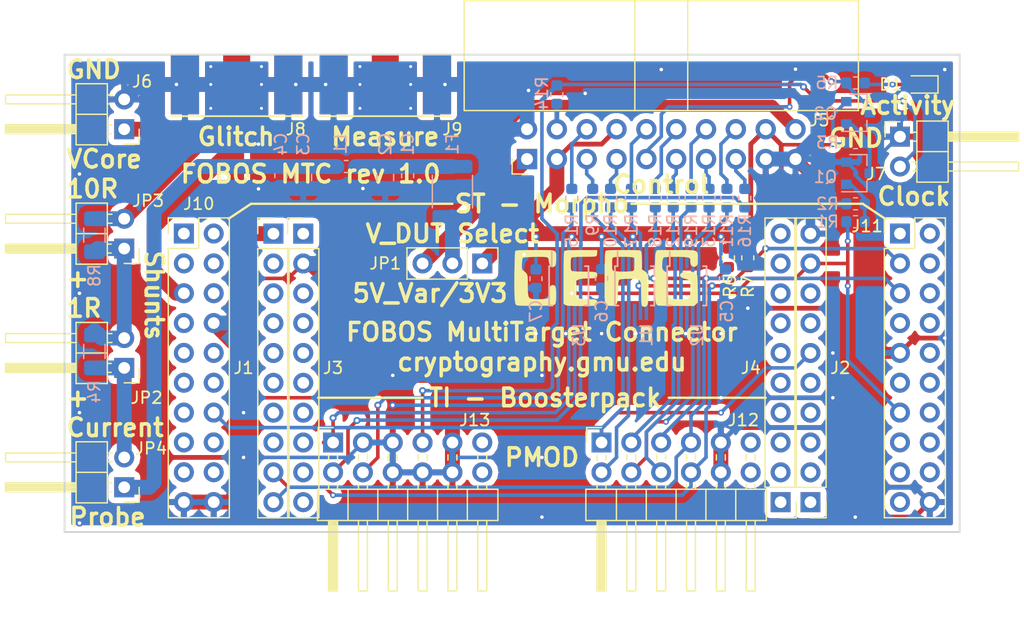
<source format=kicad_pcb>
(kicad_pcb (version 20171130) (host pcbnew 5.1.6-c6e7f7d~87~ubuntu18.04.1)
  (layers (0 F.Cu signal) (31 B.Cu signal) (34 B.Paste user) (35 F.Paste user) (36 B.SilkS user) (37 F.SilkS user) (38 B.Mask user) (39 F.Mask user) (44 Edge.Cuts user))
  (net 0 "")
  (net 1 XBD_AVCC)
  (net 2 "Net-(D1-Pad2)")
  (net 3 "Net-(Q1-Pad3)")
  (net 4 CW_3V3)
  (net 5 "Net-(Q1-Pad1)")
  (net 6 GND)
  (net 7 TFD)
  (net 8 RST)
  (net 9 "Net-(C1-Pad1)")
  (net 10 CW_5V)
  (net 11 "Net-(J2-Pad1)")
  (net 12 "Net-(J2-Pad2)")
  (net 13 "Net-(J2-Pad3)")
  (net 14 "Net-(J2-Pad4)")
  (net 15 "Net-(J2-Pad5)")
  (net 16 "Net-(J2-Pad7)")
  (net 17 "Net-(J2-Pad8)")
  (net 18 "Net-(J3-Pad10)")
  (net 19 "Net-(J3-Pad9)")
  (net 20 "Net-(J3-Pad8)")
  (net 21 "Net-(J3-Pad7)")
  (net 22 "Net-(J3-Pad6)")
  (net 23 "Net-(J3-Pad5)")
  (net 24 "Net-(J3-Pad4)")
  (net 25 "Net-(J3-Pad3)")
  (net 26 "Net-(J3-Pad1)")
  (net 27 "Net-(J4-Pad1)")
  (net 28 "Net-(J4-Pad2)")
  (net 29 "Net-(J4-Pad3)")
  (net 30 "Net-(J4-Pad4)")
  (net 31 "Net-(J4-Pad5)")
  (net 32 "Net-(J4-Pad6)")
  (net 33 "Net-(J4-Pad7)")
  (net 34 "Net-(J4-Pad8)")
  (net 35 "Net-(J4-Pad9)")
  (net 36 "Net-(J4-Pad10)")
  (net 37 "Net-(J1-Pad8)")
  (net 38 "Net-(J1-Pad7)")
  (net 39 "Net-(J1-Pad6)")
  (net 40 "Net-(J1-Pad5)")
  (net 41 "Net-(J1-Pad4)")
  (net 42 "Net-(J1-Pad3)")
  (net 43 "Net-(J1-Pad2)")
  (net 44 "Net-(J10-Pad1)")
  (net 45 "Net-(J10-Pad2)")
  (net 46 "Net-(J10-Pad3)")
  (net 47 "Net-(J10-Pad4)")
  (net 48 "Net-(J10-Pad6)")
  (net 49 "Net-(J10-Pad7)")
  (net 50 "Net-(J10-Pad9)")
  (net 51 "Net-(J10-Pad10)")
  (net 52 "Net-(J10-Pad11)")
  (net 53 "Net-(J10-Pad12)")
  (net 54 "Net-(J10-Pad13)")
  (net 55 "Net-(J10-Pad15)")
  (net 56 "Net-(J10-Pad16)")
  (net 57 "Net-(J10-Pad17)")
  (net 58 "Net-(J10-Pad18)")
  (net 59 "Net-(J11-Pad19)")
  (net 60 "Net-(J11-Pad18)")
  (net 61 "Net-(J11-Pad17)")
  (net 62 "Net-(J11-Pad16)")
  (net 63 "Net-(J11-Pad15)")
  (net 64 "Net-(J11-Pad14)")
  (net 65 "Net-(J11-Pad12)")
  (net 66 "Net-(J11-Pad11)")
  (net 67 "Net-(J11-Pad10)")
  (net 68 "Net-(J11-Pad8)")
  (net 69 "Net-(J11-Pad7)")
  (net 70 "Net-(J11-Pad6)")
  (net 71 "Net-(J11-Pad4)")
  (net 72 "Net-(J11-Pad2)")
  (net 73 "Net-(J11-Pad1)")
  (net 74 "Net-(J12-Pad6)")
  (net 75 "Net-(J12-Pad12)")
  (net 76 "Net-(J13-Pad12)")
  (net 77 "Net-(J13-Pad6)")
  (net 78 DIO1)
  (net 79 DIO0)
  (net 80 IO)
  (net 81 Ready)
  (net 82 Valid)
  (net 83 DIO3)
  (net 84 DIO2)
  (net 85 CLK_D2C)
  (net 86 CLK_C2D)
  (net 87 V_XBD)
  (net 88 "Net-(F1-Pad2)")
  (net 89 TF)
  (net 90 "Net-(JP2-Pad2)")
  (net 91 "Net-(JP2-Pad1)")
  (net 92 /dutconnect/CW_TARG2)
  (net 93 /dutconnect/CW_TARG3)
  (net 94 /dutconnect/CW_TARG1)
  (net 95 /dutconnect/CW_HS2)
  (net 96 /dutconnect/CW_HS1)
  (net 97 /dutconnect/CW_PDIC)
  (net 98 /dutconnect/CW_SCK)
  (net 99 /dutconnect/CW_MISO)
  (net 100 /dutconnect/CV_RST)
  (net 101 /dutconnect/CW_TARG4)
  (net 102 Aux)
  (net 103 /dutconnect/CW_PDID)
  (module Capacitor_SMD:C_0603_1608Metric (layer B.Cu) (at 150.241 82.5755 270)
    (fp_text reference C5 (at 2.7685 -0.127 270) (layer B.SilkS) (effects (justify mirror)))
    (fp_text value 100nF)
    (pad 1 smd roundrect (at -0.7875 0 270) (size 0.875 0.95) (layers B.Cu B.Paste B.Mask) (net 4 CW_3V3))
    (pad 2 smd roundrect (at 0.7875 0 270) (size 0.875 0.95) (layers B.Cu B.Paste B.Mask) (net 6 GND))
  )
  (module Capacitor_SMD:C_0603_1608Metric (layer B.Cu) (at 139.7 82.55 270)
    (fp_text reference C6 (at 2.794 0 90) (layer B.SilkS) (effects (justify mirror)))
    (fp_text value 100nF)
    (pad 2 smd roundrect (at 0.7875 0 270) (size 0.875 0.95) (layers B.Cu B.Paste B.Mask) (net 6 GND))
    (pad 1 smd roundrect (at -0.7875 0 270) (size 0.875 0.95) (layers B.Cu B.Paste B.Mask) (net 4 CW_3V3))
  )
  (module Capacitor_SMD:C_0603_1608Metric (layer B.Cu) (at 134.112 82.5755 270)
    (fp_text reference C7 (at 2.7685 0 270) (layer B.SilkS) (effects (justify mirror)))
    (fp_text value 100nF)
    (pad 1 smd roundrect (at -0.7875 0 270) (size 0.875 0.95) (layers B.Cu B.Paste B.Mask) (net 4 CW_3V3))
    (pad 2 smd roundrect (at 0.7875 0 270) (size 0.875 0.95) (layers B.Cu B.Paste B.Mask) (net 6 GND))
  )
  (module Resistor_SMD:R_0603_1608Metric (layer B.Cu) (at 151.892 75.7175 270)
    (fp_text reference R16 (at 2.7685 0 270) (layer B.SilkS) (effects (justify mirror)))
    (fp_text value 22R)
    (pad 1 smd roundrect (at -0.7875 0 270) (size 0.875 0.95) (layers B.Cu B.Paste B.Mask) (net 103 /dutconnect/CW_PDID))
    (pad 2 smd roundrect (at 0.7875 0 270) (size 0.875 0.95) (layers B.Cu B.Paste B.Mask) (net 102 Aux))
  )
  (module Package_SO:MSOP-10_3x3mm_P0.5mm (layer B.Cu) (at 136.906 83.185 270)
    (fp_text reference U3 (at 4.191 -0.873 270) (layer B.SilkS) (effects (justify mirror)))
    (fp_text value SP3003-04ATG)
    (pad 1 smd rect (at -2.2 1 270) (size 1.4 0.3) (layers B.Cu B.Paste B.Mask) (net 85 CLK_D2C))
    (pad 2 smd rect (at -2.2 0.5 270) (size 1.4 0.3) (layers B.Cu B.Paste B.Mask) (net 86 CLK_C2D))
    (pad 3 smd rect (at -2.2 0 270) (size 1.4 0.3) (layers B.Cu B.Paste B.Mask) (net 4 CW_3V3))
    (pad 4 smd rect (at -2.2 -0.5 270) (size 1.4 0.3) (layers B.Cu B.Paste B.Mask) (net 7 TFD))
    (pad 5 smd rect (at -2.2 -1 270) (size 1.4 0.3) (layers B.Cu B.Paste B.Mask) (net 102 Aux))
    (pad 6 smd rect (at 2.2 -1 270) (size 1.4 0.3) (layers B.Cu B.Paste B.Mask) (net 102 Aux))
    (pad 7 smd rect (at 2.2 -0.5 270) (size 1.4 0.3) (layers B.Cu B.Paste B.Mask) (net 7 TFD))
    (pad 8 smd rect (at 2.2 0 270) (size 1.4 0.3) (layers B.Cu B.Paste B.Mask) (net 6 GND))
    (pad 9 smd rect (at 2.2 0.5 270) (size 1.4 0.3) (layers B.Cu B.Paste B.Mask) (net 86 CLK_C2D))
    (pad 10 smd rect (at 2.2 1 270) (size 1.4 0.3) (layers B.Cu B.Paste B.Mask) (net 85 CLK_D2C))
  )
  (module Resistor_SMD:R_0603_1608Metric (layer B.Cu) (at 150.368 75.7175 90)
    (fp_text reference R11 (at -2.7685 0 90) (layer B.SilkS) (effects (justify mirror)))
    (fp_text value 22R)
    (pad 1 smd roundrect (at -0.7875 0 90) (size 0.875 0.95) (layers B.Cu B.Paste B.Mask) (net 83 DIO3))
    (pad 2 smd roundrect (at 0.7875 0 90) (size 0.875 0.95) (layers B.Cu B.Paste B.Mask) (net 101 /dutconnect/CW_TARG4))
  )
  (module Resistor_SMD:R_0603_1608Metric (layer B.Cu) (at 138.938 75.7175 270)
    (fp_text reference R9 (at 2.2605 0 270) (layer B.SilkS) (effects (justify mirror)))
    (fp_text value 22R)
    (pad 2 smd roundrect (at 0.7875 0 270) (size 0.875 0.95) (layers B.Cu B.Paste B.Mask) (net 8 RST))
    (pad 1 smd roundrect (at -0.7875 0 270) (size 0.875 0.95) (layers B.Cu B.Paste B.Mask) (net 100 /dutconnect/CV_RST))
  )
  (module Resistor_SMD:R_0603_1608Metric (layer B.Cu) (at 140.462 75.7175 270)
    (fp_text reference R10 (at 2.7685 0 270) (layer B.SilkS) (effects (justify mirror)))
    (fp_text value 22R)
    (pad 1 smd roundrect (at -0.7875 0 270) (size 0.875 0.95) (layers B.Cu B.Paste B.Mask) (net 99 /dutconnect/CW_MISO))
    (pad 2 smd roundrect (at 0.7875 0 270) (size 0.875 0.95) (layers B.Cu B.Paste B.Mask) (net 80 IO))
  )
  (module Resistor_SMD:R_0603_1608Metric (layer B.Cu) (at 145.796 75.7175 270)
    (fp_text reference R12 (at 2.7685 0 270) (layer B.SilkS) (effects (justify mirror)))
    (fp_text value 22R)
    (pad 2 smd roundrect (at 0.7875 0 270) (size 0.875 0.95) (layers B.Cu B.Paste B.Mask) (net 81 Ready))
    (pad 1 smd roundrect (at -0.7875 0 270) (size 0.875 0.95) (layers B.Cu B.Paste B.Mask) (net 98 /dutconnect/CW_SCK))
  )
  (module Resistor_SMD:R_0603_1608Metric (layer B.Cu) (at 148.844 75.7175 270)
    (fp_text reference R13 (at 2.7685 0 270) (layer B.SilkS) (effects (justify mirror)))
    (fp_text value 22R)
    (pad 1 smd roundrect (at -0.7875 0 270) (size 0.875 0.95) (layers B.Cu B.Paste B.Mask) (net 97 /dutconnect/CW_PDIC))
    (pad 2 smd roundrect (at 0.7875 0 270) (size 0.875 0.95) (layers B.Cu B.Paste B.Mask) (net 82 Valid))
  )
  (module Resistor_SMD:R_0603_1608Metric (layer B.Cu) (at 135.89 66.9035 270)
    (fp_text reference R14 (at -0.1015 1.27 270) (layer B.SilkS) (effects (justify mirror)))
    (fp_text value 22R)
    (pad 2 smd roundrect (at 0.7875 0 270) (size 0.875 0.95) (layers B.Cu B.Paste B.Mask) (net 96 /dutconnect/CW_HS1))
    (pad 1 smd roundrect (at -0.7875 0 270) (size 0.875 0.95) (layers B.Cu B.Paste B.Mask) (net 85 CLK_D2C))
  )
  (module Resistor_SMD:R_0603_1608Metric (layer B.Cu) (at 137.16 75.7175 90)
    (fp_text reference R15 (at -2.7685 0 90) (layer B.SilkS) (effects (justify mirror)))
    (fp_text value 22R)
    (pad 1 smd roundrect (at -0.7875 0 90) (size 0.875 0.95) (layers B.Cu B.Paste B.Mask) (net 86 CLK_C2D))
    (pad 2 smd roundrect (at 0.7875 0 90) (size 0.875 0.95) (layers B.Cu B.Paste B.Mask) (net 95 /dutconnect/CW_HS2))
  )
  (module Resistor_SMD:R_0603_1608Metric (layer B.Cu) (at 142.24 75.7175 90)
    (fp_text reference R17 (at -2.7685 0 90) (layer B.SilkS) (effects (justify mirror)))
    (fp_text value 22R)
    (pad 1 smd roundrect (at -0.7875 0 90) (size 0.875 0.95) (layers B.Cu B.Paste B.Mask) (net 79 DIO0))
    (pad 2 smd roundrect (at 0.7875 0 90) (size 0.875 0.95) (layers B.Cu B.Paste B.Mask) (net 94 /dutconnect/CW_TARG1))
  )
  (module Resistor_SMD:R_0603_1608Metric (layer B.Cu) (at 147.32 75.7175 90)
    (fp_text reference R19 (at -2.7685 0 90) (layer B.SilkS) (effects (justify mirror)))
    (fp_text value 22R)
    (pad 2 smd roundrect (at 0.7875 0 90) (size 0.875 0.95) (layers B.Cu B.Paste B.Mask) (net 93 /dutconnect/CW_TARG3))
    (pad 1 smd roundrect (at -0.7875 0 90) (size 0.875 0.95) (layers B.Cu B.Paste B.Mask) (net 84 DIO2))
  )
  (module Resistor_SMD:R_0603_1608Metric (layer B.Cu) (at 144.272 75.7175 90)
    (fp_text reference R18 (at -2.7685 0 90) (layer B.SilkS) (effects (justify mirror)))
    (fp_text value 22R)
    (pad 1 smd roundrect (at -0.7875 0 90) (size 0.875 0.95) (layers B.Cu B.Paste B.Mask) (net 78 DIO1))
    (pad 2 smd roundrect (at 0.7875 0 90) (size 0.875 0.95) (layers B.Cu B.Paste B.Mask) (net 92 /dutconnect/CW_TARG2))
  )
  (module Connector_PinHeader_2.54mm:PinHeader_1x02_P2.54mm_Horizontal (layer F.Cu) (at 99.06 69.85 180)
    (fp_text reference J6 (at -1.524 4.064 180) (layer F.SilkS))
    (fp_text value Conn_01x02)
    (pad 1 thru_hole rect (at 0 0 180) (size 1.7 1.7) (drill 1) (layers *.Cu *.Mask) (net 87 V_XBD))
    (pad 2 thru_hole oval (at 0 2.54 180) (size 1.7 1.7) (drill 1) (layers *.Cu *.Mask) (net 6 GND))
  )
  (module Connector_PinHeader_2.54mm:PinHeader_1x02_P2.54mm_Horizontal (layer F.Cu) (at 99.06 100.33 180)
    (fp_text reference JP4 (at -2.286 3.302 180) (layer F.SilkS))
    (fp_text value CurProbe)
    (pad 1 thru_hole rect (at 0 0 180) (size 1.7 1.7) (drill 1) (layers *.Cu *.Mask) (net 1 XBD_AVCC))
    (pad 2 thru_hole oval (at 0 2.54 180) (size 1.7 1.7) (drill 1) (layers *.Cu *.Mask) (net 91 "Net-(JP2-Pad1)"))
  )
  (module Connector_PinHeader_2.54mm:PinHeader_1x02_P2.54mm_Horizontal (layer F.Cu) (at 99.06 80.01 180)
    (fp_text reference JP3 (at -2.032 4.064 180) (layer F.SilkS))
    (fp_text value Shunt10R)
    (pad 2 thru_hole oval (at 0 2.54 180) (size 1.7 1.7) (drill 1) (layers *.Cu *.Mask) (net 87 V_XBD))
    (pad 1 thru_hole rect (at 0 0 180) (size 1.7 1.7) (drill 1) (layers *.Cu *.Mask) (net 90 "Net-(JP2-Pad2)"))
  )
  (module Connector_PinHeader_2.54mm:PinHeader_1x02_P2.54mm_Horizontal (layer F.Cu) (at 99.06 90.17 180)
    (fp_text reference JP2 (at -1.905 -2.54 180) (layer F.SilkS))
    (fp_text value Shunt1R)
    (pad 1 thru_hole rect (at 0 0 180) (size 1.7 1.7) (drill 1) (layers *.Cu *.Mask) (net 91 "Net-(JP2-Pad1)"))
    (pad 2 thru_hole oval (at 0 2.54 180) (size 1.7 1.7) (drill 1) (layers *.Cu *.Mask) (net 90 "Net-(JP2-Pad2)"))
  )
  (module Connector_PinHeader_2.54mm:PinHeader_1x03_P2.54mm_Vertical (layer F.Cu) (at 129.54 81.28 270)
    (fp_text reference JP1 (at 0 8.255) (layer F.SilkS))
    (fp_text value Source)
    (pad 1 thru_hole rect (at 0 0 270) (size 1.7 1.7) (drill 1) (layers *.Cu *.Mask) (net 4 CW_3V3))
    (pad 2 thru_hole oval (at 0 2.54 270) (size 1.7 1.7) (drill 1) (layers *.Cu *.Mask) (net 88 "Net-(F1-Pad2)"))
    (pad 3 thru_hole oval (at 0 5.08 270) (size 1.7 1.7) (drill 1) (layers *.Cu *.Mask) (net 10 CW_5V))
  )
  (module Resistor_SMD:R_1206_3216Metric (layer B.Cu) (at 96.52 78.87 270)
    (fp_text reference R8 (at 3.432 0 270) (layer B.SilkS) (effects (justify mirror)))
    (fp_text value 10R)
    (pad 1 smd roundrect (at -1.4 0 270) (size 1.25 1.75) (layers B.Cu B.Paste B.Mask) (roundrect_rratio 0.2) (net 87 V_XBD))
    (pad 2 smd roundrect (at 1.4 0 270) (size 1.25 1.75) (layers B.Cu B.Paste B.Mask) (roundrect_rratio 0.2) (net 90 "Net-(JP2-Pad2)"))
  )
  (module Package_SO:MSOP-10_3x3mm_P0.5mm (layer B.Cu) (at 146.955 83.185 270)
    (fp_text reference U2 (at 4.191 -0.873 270) (layer B.SilkS) (effects (justify mirror)))
    (fp_text value SP3003-04ATG)
    (pad 1 smd rect (at -2.2 1 270) (size 1.4 0.3) (layers B.Cu B.Paste B.Mask) (net 81 Ready))
    (pad 2 smd rect (at -2.2 0.5 270) (size 1.4 0.3) (layers B.Cu B.Paste B.Mask) (net 84 DIO2))
    (pad 3 smd rect (at -2.2 0 270) (size 1.4 0.3) (layers B.Cu B.Paste B.Mask) (net 4 CW_3V3))
    (pad 4 smd rect (at -2.2 -0.5 270) (size 1.4 0.3) (layers B.Cu B.Paste B.Mask) (net 82 Valid))
    (pad 5 smd rect (at -2.2 -1 270) (size 1.4 0.3) (layers B.Cu B.Paste B.Mask) (net 83 DIO3))
    (pad 6 smd rect (at 2.2 -1 270) (size 1.4 0.3) (layers B.Cu B.Paste B.Mask) (net 83 DIO3))
    (pad 7 smd rect (at 2.2 -0.5 270) (size 1.4 0.3) (layers B.Cu B.Paste B.Mask) (net 82 Valid))
    (pad 8 smd rect (at 2.2 0 270) (size 1.4 0.3) (layers B.Cu B.Paste B.Mask) (net 6 GND))
    (pad 9 smd rect (at 2.2 0.5 270) (size 1.4 0.3) (layers B.Cu B.Paste B.Mask) (net 84 DIO2))
    (pad 10 smd rect (at 2.2 1 270) (size 1.4 0.3) (layers B.Cu B.Paste B.Mask) (net 81 Ready))
  )
  (module cerg:PinHeader_2x06_P2.54mm_Horizontal-flipped (layer F.Cu) (at 139.7 96.52 90)
    (fp_text reference J12 (at 1.905 12.065) (layer F.SilkS))
    (fp_text value Conn_02x06_Top_Bottom)
    (pad 1 thru_hole rect (at 0 -0.01 90) (size 1.7 1.7) (drill 1) (layers *.Cu *.Mask) (net 8 RST))
    (pad 7 thru_hole oval (at -2.54 -0.01 90) (size 1.7 1.7) (drill 1) (layers *.Cu *.Mask) (net 80 IO))
    (pad 2 thru_hole oval (at 0 2.53 90) (size 1.7 1.7) (drill 1) (layers *.Cu *.Mask) (net 81 Ready))
    (pad 8 thru_hole oval (at -2.54 2.53 90) (size 1.7 1.7) (drill 1) (layers *.Cu *.Mask) (net 82 Valid))
    (pad 3 thru_hole oval (at 0 5.07 90) (size 1.7 1.7) (drill 1) (layers *.Cu *.Mask) (net 83 DIO3))
    (pad 9 thru_hole oval (at -2.54 5.07 90) (size 1.7 1.7) (drill 1) (layers *.Cu *.Mask) (net 84 DIO2))
    (pad 4 thru_hole oval (at 0 7.61 90) (size 1.7 1.7) (drill 1) (layers *.Cu *.Mask) (net 78 DIO1))
    (pad 10 thru_hole oval (at -2.54 7.61 90) (size 1.7 1.7) (drill 1) (layers *.Cu *.Mask) (net 79 DIO0))
    (pad 5 thru_hole oval (at 0 10.15 90) (size 1.7 1.7) (drill 1) (layers *.Cu *.Mask) (net 6 GND))
    (pad 11 thru_hole oval (at -2.54 10.15 90) (size 1.7 1.7) (drill 1) (layers *.Cu *.Mask) (net 6 GND))
    (pad 6 thru_hole oval (at 0 12.69 90) (size 1.7 1.7) (drill 1) (layers *.Cu *.Mask) (net 74 "Net-(J12-Pad6)"))
    (pad 12 thru_hole oval (at -2.54 12.69 90) (size 1.7 1.7) (drill 1) (layers *.Cu *.Mask) (net 75 "Net-(J12-Pad12)"))
  )
  (module cerg:PinHeader_2x06_P2.54mm_Horizontal-flipped (layer F.Cu) (at 116.85 96.52 90)
    (fp_text reference J13 (at 1.905 12.055 180) (layer F.SilkS))
    (fp_text value Conn_02x06_Top_Bottom)
    (pad 1 thru_hole rect (at 0 -0.01 90) (size 1.7 1.7) (drill 1) (layers *.Cu *.Mask) (net 7 TFD))
    (pad 7 thru_hole oval (at -2.54 -0.01 90) (size 1.7 1.7) (drill 1) (layers *.Cu *.Mask) (net 102 Aux))
    (pad 2 thru_hole oval (at 0 2.53 90) (size 1.7 1.7) (drill 1) (layers *.Cu *.Mask) (net 6 GND))
    (pad 8 thru_hole oval (at -2.54 2.53 90) (size 1.7 1.7) (drill 1) (layers *.Cu *.Mask) (net 86 CLK_C2D))
    (pad 3 thru_hole oval (at 0 5.07 90) (size 1.7 1.7) (drill 1) (layers *.Cu *.Mask) (net 6 GND))
    (pad 9 thru_hole oval (at -2.54 5.07 90) (size 1.7 1.7) (drill 1) (layers *.Cu *.Mask) (net 6 GND))
    (pad 4 thru_hole oval (at 0 7.61 90) (size 1.7 1.7) (drill 1) (layers *.Cu *.Mask) (net 85 CLK_D2C))
    (pad 10 thru_hole oval (at -2.54 7.61 90) (size 1.7 1.7) (drill 1) (layers *.Cu *.Mask) (net 6 GND))
    (pad 5 thru_hole oval (at 0 10.15 90) (size 1.7 1.7) (drill 1) (layers *.Cu *.Mask) (net 6 GND))
    (pad 11 thru_hole oval (at -2.54 10.15 90) (size 1.7 1.7) (drill 1) (layers *.Cu *.Mask) (net 6 GND))
    (pad 6 thru_hole oval (at 0 12.69 90) (size 1.7 1.7) (drill 1) (layers *.Cu *.Mask) (net 77 "Net-(J13-Pad6)"))
    (pad 12 thru_hole oval (at -2.54 12.69 90) (size 1.7 1.7) (drill 1) (layers *.Cu *.Mask) (net 76 "Net-(J13-Pad12)"))
  )
  (module cerg:SMA-JOHNSON-142-0701-801 (layer F.Cu) (at 108.63 66.04 180)
    (fp_text reference J8 (at -5.035 -3.81 180) (layer F.SilkS))
    (fp_text value Glitch)
    (pad 2 smd rect (at 4.4 0 180) (size 2.4 5.08) (layers B.Cu B.Paste B.Mask) (net 6 GND))
    (pad 2 smd rect (at -4.4 0 180) (size 2.4 5.08) (layers B.Cu B.Paste B.Mask) (net 6 GND))
    (pad 2 smd rect (at 4.4 0 180) (size 2.4 5.08) (layers F.Cu F.Paste F.Mask) (net 6 GND))
    (pad 2 smd rect (at -4.4 0 180) (size 2.4 5.08) (layers F.Cu F.Paste F.Mask) (net 6 GND))
    (pad 1 smd rect (at 0 0 180) (size 2.3 5.08) (layers F.Cu F.Paste F.Mask) (net 87 V_XBD))
  )
  (module cerg:SMA-JOHNSON-142-0701-801 (layer F.Cu) (at 121.285 66.04 180)
    (fp_text reference J9 (at -5.715 -3.81 180) (layer F.SilkS))
    (fp_text value Measure)
    (pad 2 smd rect (at 4.4 0 180) (size 2.4 5.08) (layers B.Cu B.Paste B.Mask) (net 6 GND))
    (pad 2 smd rect (at -4.4 0 180) (size 2.4 5.08) (layers B.Cu B.Paste B.Mask) (net 6 GND))
    (pad 2 smd rect (at 4.4 0 180) (size 2.4 5.08) (layers F.Cu F.Paste F.Mask) (net 6 GND))
    (pad 2 smd rect (at -4.4 0 180) (size 2.4 5.08) (layers F.Cu F.Paste F.Mask) (net 6 GND))
    (pad 1 smd rect (at 0 0 180) (size 2.3 5.08) (layers F.Cu F.Paste F.Mask) (net 87 V_XBD))
  )
  (module cerg:PinSocket_2x10_P2.54mm_Vertical-flipped (layer F.Cu) (at 104.14 78.74)
    (fp_text reference J10 (at 1.27 -2.54) (layer F.SilkS))
    (fp_text value Conn_02x10_Odd_Even)
    (pad 20 thru_hole oval (at 2.538256 22.85177) (size 1.7 1.7) (drill 1) (layers *.Cu *.Mask) (net 6 GND))
    (pad 19 thru_hole oval (at -0.001744 22.85177) (size 1.7 1.7) (drill 1) (layers *.Cu *.Mask) (net 6 GND))
    (pad 18 thru_hole oval (at 2.538256 20.31177) (size 1.7 1.7) (drill 1) (layers *.Cu *.Mask) (net 58 "Net-(J10-Pad18)"))
    (pad 17 thru_hole oval (at -0.001744 20.31177) (size 1.7 1.7) (drill 1) (layers *.Cu *.Mask) (net 57 "Net-(J10-Pad17)"))
    (pad 16 thru_hole oval (at 2.538256 17.77177) (size 1.7 1.7) (drill 1) (layers *.Cu *.Mask) (net 56 "Net-(J10-Pad16)"))
    (pad 15 thru_hole oval (at -0.001744 17.77177) (size 1.7 1.7) (drill 1) (layers *.Cu *.Mask) (net 55 "Net-(J10-Pad15)"))
    (pad 14 thru_hole oval (at 2.538256 15.23177) (size 1.7 1.7) (drill 1) (layers *.Cu *.Mask) (net 8 RST))
    (pad 13 thru_hole oval (at -0.001744 15.23177) (size 1.7 1.7) (drill 1) (layers *.Cu *.Mask) (net 54 "Net-(J10-Pad13)"))
    (pad 12 thru_hole oval (at 2.538256 12.69177) (size 1.7 1.7) (drill 1) (layers *.Cu *.Mask) (net 53 "Net-(J10-Pad12)"))
    (pad 11 thru_hole oval (at -0.001744 12.69177) (size 1.7 1.7) (drill 1) (layers *.Cu *.Mask) (net 52 "Net-(J10-Pad11)"))
    (pad 10 thru_hole oval (at 2.538256 10.15177) (size 1.7 1.7) (drill 1) (layers *.Cu *.Mask) (net 51 "Net-(J10-Pad10)"))
    (pad 9 thru_hole oval (at -0.001744 10.15177) (size 1.7 1.7) (drill 1) (layers *.Cu *.Mask) (net 50 "Net-(J10-Pad9)"))
    (pad 8 thru_hole oval (at 2.538256 7.61177) (size 1.7 1.7) (drill 1) (layers *.Cu *.Mask) (net 6 GND))
    (pad 7 thru_hole oval (at -0.001744 7.61177) (size 1.7 1.7) (drill 1) (layers *.Cu *.Mask) (net 49 "Net-(J10-Pad7)"))
    (pad 6 thru_hole oval (at 2.538256 5.07177) (size 1.7 1.7) (drill 1) (layers *.Cu *.Mask) (net 48 "Net-(J10-Pad6)"))
    (pad 5 thru_hole oval (at -0.001744 5.07177) (size 1.7 1.7) (drill 1) (layers *.Cu *.Mask) (net 87 V_XBD))
    (pad 4 thru_hole oval (at 2.538256 2.53177) (size 1.7 1.7) (drill 1) (layers *.Cu *.Mask) (net 47 "Net-(J10-Pad4)"))
    (pad 3 thru_hole oval (at -0.001744 2.53177) (size 1.7 1.7) (drill 1) (layers *.Cu *.Mask) (net 46 "Net-(J10-Pad3)"))
    (pad 2 thru_hole oval (at 2.538256 -0.00823) (size 1.7 1.7) (drill 1) (layers *.Cu *.Mask) (net 45 "Net-(J10-Pad2)"))
    (pad 1 thru_hole rect (at -0.001744 -0.00823) (size 1.7 1.7) (drill 1) (layers *.Cu *.Mask) (net 44 "Net-(J10-Pad1)"))
  )
  (module cerg:PinSocket_2x10_P2.54mm_Vertical-flipped (layer F.Cu) (at 165.1 78.74)
    (fp_text reference J11 (at -2.794 -0.635) (layer F.SilkS))
    (fp_text value Conn_02x10_Odd_Even)
    (pad 20 thru_hole oval (at 2.538256 22.85177) (size 1.7 1.7) (drill 1) (layers *.Cu *.Mask) (net 6 GND))
    (pad 19 thru_hole oval (at -0.001744 22.85177) (size 1.7 1.7) (drill 1) (layers *.Cu *.Mask) (net 59 "Net-(J11-Pad19)"))
    (pad 18 thru_hole oval (at 2.538256 20.31177) (size 1.7 1.7) (drill 1) (layers *.Cu *.Mask) (net 60 "Net-(J11-Pad18)"))
    (pad 17 thru_hole oval (at -0.001744 20.31177) (size 1.7 1.7) (drill 1) (layers *.Cu *.Mask) (net 61 "Net-(J11-Pad17)"))
    (pad 16 thru_hole oval (at 2.538256 17.77177) (size 1.7 1.7) (drill 1) (layers *.Cu *.Mask) (net 62 "Net-(J11-Pad16)"))
    (pad 15 thru_hole oval (at -0.001744 17.77177) (size 1.7 1.7) (drill 1) (layers *.Cu *.Mask) (net 63 "Net-(J11-Pad15)"))
    (pad 14 thru_hole oval (at 2.538256 15.23177) (size 1.7 1.7) (drill 1) (layers *.Cu *.Mask) (net 64 "Net-(J11-Pad14)"))
    (pad 13 thru_hole oval (at -0.001744 15.23177) (size 1.7 1.7) (drill 1) (layers *.Cu *.Mask) (net 7 TFD))
    (pad 12 thru_hole oval (at 2.538256 12.69177) (size 1.7 1.7) (drill 1) (layers *.Cu *.Mask) (net 65 "Net-(J11-Pad12)"))
    (pad 11 thru_hole oval (at -0.001744 12.69177) (size 1.7 1.7) (drill 1) (layers *.Cu *.Mask) (net 66 "Net-(J11-Pad11)"))
    (pad 10 thru_hole oval (at 2.538256 10.15177) (size 1.7 1.7) (drill 1) (layers *.Cu *.Mask) (net 67 "Net-(J11-Pad10)"))
    (pad 9 thru_hole oval (at -0.001744 10.15177) (size 1.7 1.7) (drill 1) (layers *.Cu *.Mask) (net 6 GND))
    (pad 8 thru_hole oval (at 2.538256 7.61177) (size 1.7 1.7) (drill 1) (layers *.Cu *.Mask) (net 68 "Net-(J11-Pad8)"))
    (pad 7 thru_hole oval (at -0.001744 7.61177) (size 1.7 1.7) (drill 1) (layers *.Cu *.Mask) (net 69 "Net-(J11-Pad7)"))
    (pad 6 thru_hole oval (at 2.538256 5.07177) (size 1.7 1.7) (drill 1) (layers *.Cu *.Mask) (net 70 "Net-(J11-Pad6)"))
    (pad 5 thru_hole oval (at -0.001744 5.07177) (size 1.7 1.7) (drill 1) (layers *.Cu *.Mask) (net 78 DIO1))
    (pad 4 thru_hole oval (at 2.538256 2.53177) (size 1.7 1.7) (drill 1) (layers *.Cu *.Mask) (net 71 "Net-(J11-Pad4)"))
    (pad 3 thru_hole oval (at -0.001744 2.53177) (size 1.7 1.7) (drill 1) (layers *.Cu *.Mask) (net 79 DIO0))
    (pad 2 thru_hole oval (at 2.538256 -0.00823) (size 1.7 1.7) (drill 1) (layers *.Cu *.Mask) (net 72 "Net-(J11-Pad2)"))
    (pad 1 thru_hole rect (at -0.001744 -0.00823) (size 1.7 1.7) (drill 1) (layers *.Cu *.Mask) (net 73 "Net-(J11-Pad1)"))
  )
  (module Connector_PinHeader_2.54mm:PinHeader_1x02_P2.54mm_Horizontal (layer F.Cu) (at 165.1 70.485)
    (fp_text reference J7 (at -2.032 3.175 -180) (layer F.SilkS))
    (fp_text value clk)
    (pad 2 thru_hole oval (at 0 2.54) (size 1.7 1.7) (drill 1) (layers *.Cu *.Mask) (net 85 CLK_D2C))
    (pad 1 thru_hole rect (at 0 0) (size 1.7 1.7) (drill 1) (layers *.Cu *.Mask) (net 6 GND))
  )
  (module Connector_IDC:IDC-Header_2x10_P2.54mm_Horizontal (layer F.Cu) (at 133.35 72.39 90)
    (fp_text reference J5 (at 3.302 24.892 180) (layer F.SilkS))
    (fp_text value Target)
    (pad 20 thru_hole oval (at 2.54 22.86 90) (size 1.7272 1.7272) (drill 1.016) (layers *.Cu *.Mask) (net 10 CW_5V))
    (pad 19 thru_hole oval (at 0 22.86 90) (size 1.7272 1.7272) (drill 1.016) (layers *.Cu *.Mask) (net 6 GND))
    (pad 18 thru_hole oval (at 2.54 20.32 90) (size 1.7272 1.7272) (drill 1.016) (layers *.Cu *.Mask) (net 4 CW_3V3))
    (pad 17 thru_hole oval (at 0 20.32 90) (size 1.7272 1.7272) (drill 1.016) (layers *.Cu *.Mask) (net 6 GND))
    (pad 16 thru_hole oval (at 2.54 17.78 90) (size 1.7272 1.7272) (drill 1.016) (layers *.Cu *.Mask) (net 101 /dutconnect/CW_TARG4))
    (pad 15 thru_hole oval (at 0 17.78 90) (size 1.7272 1.7272) (drill 1.016) (layers *.Cu *.Mask) (net 103 /dutconnect/CW_PDID))
    (pad 14 thru_hole oval (at 2.54 15.24 90) (size 1.7272 1.7272) (drill 1.016) (layers *.Cu *.Mask) (net 93 /dutconnect/CW_TARG3))
    (pad 13 thru_hole oval (at 0 15.24 90) (size 1.7272 1.7272) (drill 1.016) (layers *.Cu *.Mask) (net 97 /dutconnect/CW_PDIC))
    (pad 12 thru_hole oval (at 2.54 12.7 90) (size 1.7272 1.7272) (drill 1.016) (layers *.Cu *.Mask) (net 92 /dutconnect/CW_TARG2))
    (pad 11 thru_hole oval (at 0 12.7 90) (size 1.7272 1.7272) (drill 1.016) (layers *.Cu *.Mask) (net 98 /dutconnect/CW_SCK))
    (pad 10 thru_hole oval (at 2.54 10.16 90) (size 1.7272 1.7272) (drill 1.016) (layers *.Cu *.Mask) (net 94 /dutconnect/CW_TARG1))
    (pad 9 thru_hole oval (at 0 10.16 90) (size 1.7272 1.7272) (drill 1.016) (layers *.Cu *.Mask) (net 89 TF))
    (pad 8 thru_hole oval (at 2.54 7.62 90) (size 1.7272 1.7272) (drill 1.016) (layers *.Cu *.Mask) (net 4 CW_3V3))
    (pad 7 thru_hole oval (at 0 7.62 90) (size 1.7272 1.7272) (drill 1.016) (layers *.Cu *.Mask) (net 99 /dutconnect/CW_MISO))
    (pad 6 thru_hole oval (at 2.54 5.08 90) (size 1.7272 1.7272) (drill 1.016) (layers *.Cu *.Mask) (net 95 /dutconnect/CW_HS2))
    (pad 5 thru_hole oval (at 0 5.08 90) (size 1.7272 1.7272) (drill 1.016) (layers *.Cu *.Mask) (net 100 /dutconnect/CV_RST))
    (pad 4 thru_hole oval (at 2.54 2.54 90) (size 1.7272 1.7272) (drill 1.016) (layers *.Cu *.Mask) (net 96 /dutconnect/CW_HS1))
    (pad 3 thru_hole oval (at 0 2.54 90) (size 1.7272 1.7272) (drill 1.016) (layers *.Cu *.Mask) (net 4 CW_3V3))
    (pad 2 thru_hole oval (at 2.54 0 90) (size 1.7272 1.7272) (drill 1.016) (layers *.Cu *.Mask) (net 6 GND))
    (pad 1 thru_hole rect (at 0 0 90) (size 1.7272 1.7272) (drill 1.016) (layers *.Cu *.Mask) (net 10 CW_5V))
  )
  (module Connector_PinHeader_2.54mm:PinHeader_1x10_P2.54mm_Vertical (layer F.Cu) (at 111.76 78.74)
    (fp_text reference J1 (at -2.54 11.43) (layer F.SilkS))
    (fp_text value Conn_01x10)
    (pad 10 thru_hole oval (at 0 22.86) (size 1.7 1.7) (drill 1) (layers *.Cu *.Mask) (net 78 DIO1))
    (pad 9 thru_hole oval (at 0 20.32) (size 1.7 1.7) (drill 1) (layers *.Cu *.Mask) (net 79 DIO0))
    (pad 8 thru_hole oval (at 0 17.78) (size 1.7 1.7) (drill 1) (layers *.Cu *.Mask) (net 37 "Net-(J1-Pad8)"))
    (pad 7 thru_hole oval (at 0 15.24) (size 1.7 1.7) (drill 1) (layers *.Cu *.Mask) (net 38 "Net-(J1-Pad7)"))
    (pad 6 thru_hole oval (at 0 12.7) (size 1.7 1.7) (drill 1) (layers *.Cu *.Mask) (net 39 "Net-(J1-Pad6)"))
    (pad 5 thru_hole oval (at 0 10.16) (size 1.7 1.7) (drill 1) (layers *.Cu *.Mask) (net 40 "Net-(J1-Pad5)"))
    (pad 4 thru_hole oval (at 0 7.62) (size 1.7 1.7) (drill 1) (layers *.Cu *.Mask) (net 41 "Net-(J1-Pad4)"))
    (pad 3 thru_hole oval (at 0 5.08) (size 1.7 1.7) (drill 1) (layers *.Cu *.Mask) (net 42 "Net-(J1-Pad3)"))
    (pad 2 thru_hole oval (at 0 2.54) (size 1.7 1.7) (drill 1) (layers *.Cu *.Mask) (net 43 "Net-(J1-Pad2)"))
    (pad 1 thru_hole rect (at 0 0) (size 1.7 1.7) (drill 1) (layers *.Cu *.Mask) (net 87 V_XBD))
  )
  (module Connector_PinHeader_2.54mm:PinHeader_1x10_P2.54mm_Vertical (layer F.Cu) (at 154.94 101.6 180)
    (fp_text reference J4 (at 2.54 11.43 180) (layer F.SilkS))
    (fp_text value Conn_01x10)
    (pad 10 thru_hole oval (at 0 22.86 180) (size 1.7 1.7) (drill 1) (layers *.Cu *.Mask) (net 36 "Net-(J4-Pad10)"))
    (pad 9 thru_hole oval (at 0 20.32 180) (size 1.7 1.7) (drill 1) (layers *.Cu *.Mask) (net 35 "Net-(J4-Pad9)"))
    (pad 8 thru_hole oval (at 0 17.78 180) (size 1.7 1.7) (drill 1) (layers *.Cu *.Mask) (net 34 "Net-(J4-Pad8)"))
    (pad 7 thru_hole oval (at 0 15.24 180) (size 1.7 1.7) (drill 1) (layers *.Cu *.Mask) (net 33 "Net-(J4-Pad7)"))
    (pad 6 thru_hole oval (at 0 12.7 180) (size 1.7 1.7) (drill 1) (layers *.Cu *.Mask) (net 32 "Net-(J4-Pad6)"))
    (pad 5 thru_hole oval (at 0 10.16 180) (size 1.7 1.7) (drill 1) (layers *.Cu *.Mask) (net 31 "Net-(J4-Pad5)"))
    (pad 4 thru_hole oval (at 0 7.62 180) (size 1.7 1.7) (drill 1) (layers *.Cu *.Mask) (net 30 "Net-(J4-Pad4)"))
    (pad 3 thru_hole oval (at 0 5.08 180) (size 1.7 1.7) (drill 1) (layers *.Cu *.Mask) (net 29 "Net-(J4-Pad3)"))
    (pad 2 thru_hole oval (at 0 2.54 180) (size 1.7 1.7) (drill 1) (layers *.Cu *.Mask) (net 28 "Net-(J4-Pad2)"))
    (pad 1 thru_hole rect (at 0 0 180) (size 1.7 1.7) (drill 1) (layers *.Cu *.Mask) (net 27 "Net-(J4-Pad1)"))
  )
  (module Connector_PinHeader_2.54mm:PinHeader_1x10_P2.54mm_Vertical (layer F.Cu) (at 114.3 78.74)
    (fp_text reference J3 (at 2.54 11.43) (layer F.SilkS))
    (fp_text value Conn_01x10)
    (pad 10 thru_hole oval (at 0 22.86) (size 1.7 1.7) (drill 1) (layers *.Cu *.Mask) (net 18 "Net-(J3-Pad10)"))
    (pad 9 thru_hole oval (at 0 20.32) (size 1.7 1.7) (drill 1) (layers *.Cu *.Mask) (net 19 "Net-(J3-Pad9)"))
    (pad 8 thru_hole oval (at 0 17.78) (size 1.7 1.7) (drill 1) (layers *.Cu *.Mask) (net 20 "Net-(J3-Pad8)"))
    (pad 7 thru_hole oval (at 0 15.24) (size 1.7 1.7) (drill 1) (layers *.Cu *.Mask) (net 21 "Net-(J3-Pad7)"))
    (pad 6 thru_hole oval (at 0 12.7) (size 1.7 1.7) (drill 1) (layers *.Cu *.Mask) (net 22 "Net-(J3-Pad6)"))
    (pad 5 thru_hole oval (at 0 10.16) (size 1.7 1.7) (drill 1) (layers *.Cu *.Mask) (net 23 "Net-(J3-Pad5)"))
    (pad 4 thru_hole oval (at 0 7.62) (size 1.7 1.7) (drill 1) (layers *.Cu *.Mask) (net 24 "Net-(J3-Pad4)"))
    (pad 3 thru_hole oval (at 0 5.08) (size 1.7 1.7) (drill 1) (layers *.Cu *.Mask) (net 25 "Net-(J3-Pad3)"))
    (pad 2 thru_hole oval (at 0 2.54) (size 1.7 1.7) (drill 1) (layers *.Cu *.Mask) (net 6 GND))
    (pad 1 thru_hole rect (at 0 0) (size 1.7 1.7) (drill 1) (layers *.Cu *.Mask) (net 26 "Net-(J3-Pad1)"))
  )
  (module Connector_PinHeader_2.54mm:PinHeader_1x10_P2.54mm_Vertical (layer F.Cu) (at 157.48 101.6 180)
    (fp_text reference J2 (at -2.54 11.43 180) (layer F.SilkS))
    (fp_text value Conn_01x10)
    (pad 10 thru_hole oval (at 0 22.86 180) (size 1.7 1.7) (drill 1) (layers *.Cu *.Mask) (net 6 GND))
    (pad 9 thru_hole oval (at 0 20.32 180) (size 1.7 1.7) (drill 1) (layers *.Cu *.Mask) (net 7 TFD))
    (pad 8 thru_hole oval (at 0 17.78 180) (size 1.7 1.7) (drill 1) (layers *.Cu *.Mask) (net 17 "Net-(J2-Pad8)"))
    (pad 7 thru_hole oval (at 0 15.24 180) (size 1.7 1.7) (drill 1) (layers *.Cu *.Mask) (net 16 "Net-(J2-Pad7)"))
    (pad 6 thru_hole oval (at 0 12.7 180) (size 1.7 1.7) (drill 1) (layers *.Cu *.Mask) (net 8 RST))
    (pad 5 thru_hole oval (at 0 10.16 180) (size 1.7 1.7) (drill 1) (layers *.Cu *.Mask) (net 15 "Net-(J2-Pad5)"))
    (pad 4 thru_hole oval (at 0 7.62 180) (size 1.7 1.7) (drill 1) (layers *.Cu *.Mask) (net 14 "Net-(J2-Pad4)"))
    (pad 3 thru_hole oval (at 0 5.08 180) (size 1.7 1.7) (drill 1) (layers *.Cu *.Mask) (net 13 "Net-(J2-Pad3)"))
    (pad 2 thru_hole oval (at 0 2.54 180) (size 1.7 1.7) (drill 1) (layers *.Cu *.Mask) (net 12 "Net-(J2-Pad2)"))
    (pad 1 thru_hole rect (at 0 0 180) (size 1.7 1.7) (drill 1) (layers *.Cu *.Mask) (net 11 "Net-(J2-Pad1)"))
  )
  (module Fuse:Fuse_1812_4532Metric (layer B.Cu) (at 127 75.1625 270)
    (fp_text reference F1 (at -4.0425 0 270) (layer B.SilkS) (effects (justify mirror)))
    (fp_text value MF-MSMF050-2)
    (pad 2 smd roundrect (at 2.1375 0 270) (size 1.125 3.4) (layers B.Cu B.Paste B.Mask) (roundrect_rratio 0.222222) (net 88 "Net-(F1-Pad2)"))
    (pad 1 smd roundrect (at -2.1375 0 270) (size 1.125 3.4) (layers B.Cu B.Paste B.Mask) (roundrect_rratio 0.222222) (net 9 "Net-(C1-Pad1)"))
  )
  (module Resistor_SMD:R_0603_1608Metric (layer F.Cu) (at 152.146 80.7975 90)
    (fp_text reference R7 (at -2.4385 0 90) (layer F.SilkS))
    (fp_text value 10k)
    (pad 2 smd roundrect (at 0.7875 0 90) (size 0.875 0.95) (layers F.Cu F.Paste F.Mask) (net 4 CW_3V3))
    (pad 1 smd roundrect (at -0.7875 0 90) (size 0.875 0.95) (layers F.Cu F.Paste F.Mask) (net 79 DIO0))
  )
  (module Resistor_SMD:R_0603_1608Metric (layer F.Cu) (at 150.495 80.7975 90)
    (fp_text reference R6 (at -2.413 0.127 90) (layer F.SilkS))
    (fp_text value 10k)
    (pad 2 smd roundrect (at 0.7875 0 90) (size 0.875 0.95) (layers F.Cu F.Paste F.Mask) (net 4 CW_3V3))
    (pad 1 smd roundrect (at -0.7875 0 90) (size 0.875 0.95) (layers F.Cu F.Paste F.Mask) (net 78 DIO1))
  )
  (module Capacitor_SMD:C_0603_1608Metric (layer B.Cu) (at 112.395 73.8125 270)
    (fp_text reference C4 (at -2.6925 0 270) (layer B.SilkS) (effects (justify mirror)))
    (fp_text value 100nF)
    (pad 2 smd roundrect (at 0.7875 0 270) (size 0.875 0.95) (layers B.Cu B.Paste B.Mask) (net 6 GND))
    (pad 1 smd roundrect (at -0.7875 0 270) (size 0.875 0.95) (layers B.Cu B.Paste B.Mask) (net 1 XBD_AVCC))
  )
  (module Capacitor_SMD:C_0603_1608Metric (layer B.Cu) (at 123.19 73.8125 270)
    (fp_text reference C1 (at -2.6925 0 270) (layer B.SilkS) (effects (justify mirror)))
    (fp_text value 100nF)
    (pad 2 smd roundrect (at 0.7875 0 270) (size 0.875 0.95) (layers B.Cu B.Paste B.Mask) (net 6 GND))
    (pad 1 smd roundrect (at -0.7875 0 270) (size 0.875 0.95) (layers B.Cu B.Paste B.Mask) (net 9 "Net-(C1-Pad1)"))
  )
  (module Capacitor_SMD:C_0805_2012Metric (layer B.Cu) (at 121.285 73.9625 270)
    (fp_text reference C2 (at -2.8425 0 270) (layer B.SilkS) (effects (justify mirror)))
    (fp_text value 10uF)
    (pad 2 smd roundrect (at 0.9375 0 270) (size 0.975 1.4) (layers B.Cu B.Paste B.Mask) (net 6 GND))
    (pad 1 smd roundrect (at -0.9375 0 270) (size 0.975 1.4) (layers B.Cu B.Paste B.Mask) (net 9 "Net-(C1-Pad1)"))
  )
  (module Capacitor_SMD:C_0805_2012Metric (layer B.Cu) (at 114.3 73.9625 270)
    (fp_text reference C3 (at -2.8425 0 270) (layer B.SilkS) (effects (justify mirror)))
    (fp_text value 47uF6.3V)
    (pad 2 smd roundrect (at 0.9375 0 270) (size 0.975 1.4) (layers B.Cu B.Paste B.Mask) (net 6 GND))
    (pad 1 smd roundrect (at -0.9375 0 270) (size 0.975 1.4) (layers B.Cu B.Paste B.Mask) (net 1 XBD_AVCC))
  )
  (module Inductor_SMD:L_0603_1608Metric (layer B.Cu) (at 117.9575 73.025)
    (fp_text reference L1 (at -0.4825 -1.905 90) (layer B.SilkS) (effects (justify mirror)))
    (fp_text value 1k/500mA)
    (pad 2 smd roundrect (at 0.7875 0) (size 0.875 0.95) (layers B.Cu B.Paste B.Mask) (net 9 "Net-(C1-Pad1)"))
    (pad 1 smd roundrect (at -0.7875 0) (size 0.875 0.95) (layers B.Cu B.Paste B.Mask) (net 1 XBD_AVCC))
  )
  (module LED_SMD:LED_0603_1608Metric (layer F.Cu) (at 166.8525 66.04 180)
    (fp_text reference D1 (at 2.54 0 180) (layer F.SilkS))
    (fp_text value Activity)
    (pad 2 smd roundrect (at 0.7875 0 180) (size 0.875 0.95) (layers F.Cu F.Paste F.Mask) (net 2 "Net-(D1-Pad2)"))
    (pad 1 smd roundrect (at -0.7875 0 180) (size 0.875 0.95) (layers F.Cu F.Paste F.Mask) (net 6 GND))
  )
  (module Package_SO:MSOP-10_3x3mm_P0.5mm (layer B.Cu) (at 142.51 83.185 270)
    (fp_text reference U1 (at 4.191 -1 270) (layer B.SilkS) (effects (justify mirror)))
    (fp_text value SP3003-04ATG)
    (pad 10 smd rect (at 2.2 1 270) (size 1.4 0.3) (layers B.Cu B.Paste B.Mask) (net 8 RST))
    (pad 9 smd rect (at 2.2 0.5 270) (size 1.4 0.3) (layers B.Cu B.Paste B.Mask) (net 80 IO))
    (pad 8 smd rect (at 2.2 0 270) (size 1.4 0.3) (layers B.Cu B.Paste B.Mask) (net 6 GND))
    (pad 7 smd rect (at 2.2 -0.5 270) (size 1.4 0.3) (layers B.Cu B.Paste B.Mask) (net 79 DIO0))
    (pad 6 smd rect (at 2.2 -1 270) (size 1.4 0.3) (layers B.Cu B.Paste B.Mask) (net 78 DIO1))
    (pad 5 smd rect (at -2.2 -1 270) (size 1.4 0.3) (layers B.Cu B.Paste B.Mask) (net 78 DIO1))
    (pad 4 smd rect (at -2.2 -0.5 270) (size 1.4 0.3) (layers B.Cu B.Paste B.Mask) (net 79 DIO0))
    (pad 3 smd rect (at -2.2 0 270) (size 1.4 0.3) (layers B.Cu B.Paste B.Mask) (net 4 CW_3V3))
    (pad 2 smd rect (at -2.2 0.5 270) (size 1.4 0.3) (layers B.Cu B.Paste B.Mask) (net 80 IO))
    (pad 1 smd rect (at -2.2 1 270) (size 1.4 0.3) (layers B.Cu B.Paste B.Mask) (net 8 RST))
  )
  (module Package_TO_SOT_SMD:SOT-23 (layer B.Cu) (at 161.528 68.453)
    (fp_text reference Q2 (at -2.778 0.066) (layer B.SilkS) (effects (justify mirror)))
    (fp_text value BSS84)
    (pad 3 smd rect (at 1 0) (size 0.9 0.8) (layers B.Cu B.Paste B.Mask) (net 89 TF))
    (pad 2 smd rect (at -1 -0.95) (size 0.9 0.8) (layers B.Cu B.Paste B.Mask) (net 4 CW_3V3))
    (pad 1 smd rect (at -1 0.95) (size 0.9 0.8) (layers B.Cu B.Paste B.Mask) (net 3 "Net-(Q1-Pad3)"))
  )
  (module Package_TO_SOT_SMD:SOT-23 (layer B.Cu) (at 161.528 73.594)
    (fp_text reference Q1 (at -2.778 0.32 180) (layer B.SilkS) (effects (justify mirror)))
    (fp_text value BSS138)
    (pad 3 smd rect (at 1 0) (size 0.9 0.8) (layers B.Cu B.Paste B.Mask) (net 3 "Net-(Q1-Pad3)"))
    (pad 2 smd rect (at -1 -0.95) (size 0.9 0.8) (layers B.Cu B.Paste B.Mask) (net 6 GND))
    (pad 1 smd rect (at -1 0.95) (size 0.9 0.8) (layers B.Cu B.Paste B.Mask) (net 5 "Net-(Q1-Pad1)"))
  )
  (module Resistor_SMD:R_0603_1608Metric (layer B.Cu) (at 161.3155 77.724 180)
    (fp_text reference R1 (at 2.3875 0 180) (layer B.SilkS) (effects (justify mirror)))
    (fp_text value 22R)
    (pad 2 smd roundrect (at 0.7875 0 180) (size 0.875 0.95) (layers B.Cu B.Paste B.Mask) (net 7 TFD))
    (pad 1 smd roundrect (at -0.7875 0 180) (size 0.875 0.95) (layers B.Cu B.Paste B.Mask) (net 5 "Net-(Q1-Pad1)"))
  )
  (module Resistor_SMD:R_0603_1608Metric (layer B.Cu) (at 161.3155 76.2 180)
    (fp_text reference R2 (at 2.3875 0 180) (layer B.SilkS) (effects (justify mirror)))
    (fp_text value 10k)
    (pad 2 smd roundrect (at 0.7875 0 180) (size 0.875 0.95) (layers B.Cu B.Paste B.Mask) (net 6 GND))
    (pad 1 smd roundrect (at -0.7875 0 180) (size 0.875 0.95) (layers B.Cu B.Paste B.Mask) (net 5 "Net-(Q1-Pad1)"))
  )
  (module Resistor_SMD:R_0603_1608Metric (layer B.Cu) (at 161.3155 70.993)
    (fp_text reference R3 (at -2.3875 0) (layer B.SilkS) (effects (justify mirror)))
    (fp_text value 10k)
    (pad 2 smd roundrect (at 0.7875 0) (size 0.875 0.95) (layers B.Cu B.Paste B.Mask) (net 3 "Net-(Q1-Pad3)"))
    (pad 1 smd roundrect (at -0.7875 0) (size 0.875 0.95) (layers B.Cu B.Paste B.Mask) (net 4 CW_3V3))
  )
  (module Resistor_SMD:R_0603_1608Metric (layer B.Cu) (at 161.3155 65.913)
    (fp_text reference R5 (at -2.4385 0) (layer B.SilkS) (effects (justify mirror)))
    (fp_text value 470R)
    (pad 2 smd roundrect (at 0.7875 0) (size 0.875 0.95) (layers B.Cu B.Paste B.Mask) (net 2 "Net-(D1-Pad2)"))
    (pad 1 smd roundrect (at -0.7875 0) (size 0.875 0.95) (layers B.Cu B.Paste B.Mask) (net 89 TF))
  )
  (module Resistor_SMD:R_1206_3216Metric (layer B.Cu) (at 96.52 88.77 270)
    (fp_text reference R4 (at 3.432 0 270) (layer B.SilkS) (effects (justify mirror)))
    (fp_text value 1R)
    (pad 2 smd roundrect (at 1.4 0 270) (size 1.25 1.75) (layers B.Cu B.Paste B.Mask) (roundrect_rratio 0.2) (net 91 "Net-(JP2-Pad1)"))
    (pad 1 smd roundrect (at -1.4 0 270) (size 1.25 1.75) (layers B.Cu B.Paste B.Mask) (roundrect_rratio 0.2) (net 90 "Net-(JP2-Pad2)"))
  )
  (module cerg:cerg (layer F.Cu) (at 140.081 82.55)
    (fp_text reference G*** hide)
    (fp_text value LOGO hide)
  )
  (gr_text Probe (at 94.234 102.87) (layer F.SilkS) (effects (font (size 1.5 1.5) (thickness 0.3)) (justify left)))
  (gr_text GND (at 163.83 70.612) (layer F.SilkS) (effects (font (size 1.5 1.5) (thickness 0.3)) (justify right)))
  (gr_text VCore (at 93.98 72.39) (layer F.SilkS) (effects (font (size 1.5 1.5) (thickness 0.3)) (justify left)))
  (gr_text + (at 93.98 92.71) (layer F.SilkS) (effects (font (size 1.5 1.5) (thickness 0.3)) (justify left)))
  (gr_text 10R (at 93.98 74.93) (layer F.SilkS) (effects (font (size 1.5 1.5) (thickness 0.3)) (justify left)))
  (gr_text 1R (at 93.98 85.09) (layer F.SilkS) (effects (font (size 1.5 1.5) (thickness 0.3)) (justify left)))
  (gr_text "V_DUT Select" (at 127 78.74) (layer F.SilkS) (effects (font (size 1.5 1.5) (thickness 0.3))))
  (gr_text 5V_Var/3V3 (at 125.095 83.82) (layer F.SilkS) (effects (font (size 1.5 1.5) (thickness 0.3))))
  (gr_text Control (at 144.78 74.549) (layer F.SilkS) (effects (font (size 1.5 1.5) (thickness 0.3))))
  (gr_text GND (at 93.98 64.77) (layer F.SilkS) (effects (font (size 1.5 1.5) (thickness 0.3)) (justify left)))
  (gr_text Current (at 93.98 95.25) (layer F.SilkS) (effects (font (size 1.5 1.5) (thickness 0.3)) (justify left)))
  (gr_text "FOBOS MTC rev 1.0" (at 114.935 73.66) (layer F.SilkS) (effects (font (size 1.5 1.5) (thickness 0.3))))
  (gr_text PMOD (at 134.62 97.79) (layer F.SilkS) (effects (font (size 1.5 1.5) (thickness 0.3))))
  (gr_text cryptography.gmu.edu (at 134.62 89.662) (layer F.SilkS) (effects (font (size 1.5 1.5) (thickness 0.3))))
  (gr_line (start 145.415 92.71) (end 153.67 92.71) (layer F.SilkS) (width 0.2))
  (gr_line (start 124.46 92.71) (end 115.57 92.71) (layer F.SilkS) (width 0.2))
  (gr_line (start 109.855 76.2) (end 127 76.2) (layer F.SilkS) (width 0.2))
  (gr_line (start 107.95 77.47) (end 109.855 76.2) (layer F.SilkS) (width 0.2))
  (gr_line (start 161.925 76.2) (end 142.24 76.2) (layer F.SilkS) (width 0.2))
  (gr_line (start 163.83 77.47) (end 161.925 76.2) (layer F.SilkS) (width 0.2))
  (gr_text "ST - Morpho" (at 134.62 76.2) (layer F.SilkS) (effects (font (size 1.5 1.5) (thickness 0.3))))
  (gr_text "TI - Boosterpack" (at 134.874 92.71) (layer F.SilkS) (effects (font (size 1.5 1.5) (thickness 0.3))))
  (gr_text Activity (at 161.56 67.818) (layer F.SilkS) (effects (font (size 1.5 1.5) (thickness 0.3)) (justify left)))
  (gr_text "FOBOS MultiTarget Connector" (at 134.62 87.122) (layer F.SilkS) (effects (font (size 1.5 1.5) (thickness 0.3))))
  (gr_text + (at 93.98 82.55) (layer F.SilkS) (effects (font (size 1.5 1.5) (thickness 0.3)) (justify left)))
  (gr_text Clock (at 169.545 75.565) (layer F.SilkS) (effects (font (size 1.5 1.5) (thickness 0.3)) (justify right)))
  (gr_text Shunts (at 101.6 80.01 270) (layer F.SilkS) (effects (font (size 1.5 1.5) (thickness 0.3)) (justify left)))
  (gr_text Measure (at 121.285 70.485) (layer F.SilkS) (effects (font (size 1.5 1.5) (thickness 0.3))))
  (gr_text Glitch (at 108.585 70.485) (layer F.SilkS) (effects (font (size 1.5 1.5) (thickness 0.3))))
  (gr_line (start 93.98 104.14) (end 93.98 63.5) (layer Edge.Cuts) (width 0.15))
  (gr_line (start 170.18 104.14) (end 93.98 104.14) (layer Edge.Cuts) (width 0.15))
  (gr_line (start 170.18 63.5) (end 170.18 104.14) (layer Edge.Cuts) (width 0.15))
  (gr_line (start 93.98 63.5) (end 170.18 63.5) (layer Edge.Cuts) (width 0.15))
  (segment (start 117.17 73.025) (end 114.3 73.025) (width 1.27) (layer B.Cu) (net 1))
  (segment (start 114.3 73.025) (end 112.395 73.025) (width 1.27) (layer B.Cu) (net 1))
  (segment (start 101.18 100.33) (end 99.06 100.33) (width 1.27) (layer B.Cu) (net 1))
  (segment (start 112.395 73.025) (end 105.41 73.025) (width 1.27) (layer B.Cu) (net 1))
  (segment (start 105.41 73.025) (end 101.6 76.835) (width 1.27) (layer B.Cu) (net 1))
  (segment (start 101.6 76.835) (end 101.6 99.91) (width 1.27) (layer B.Cu) (net 1))
  (segment (start 101.6 99.91) (end 101.18 100.33) (width 1.27) (layer B.Cu) (net 1))
  (via (at 164.465 66.04) (size 0.508) (drill 0.254) (layers F.Cu B.Cu) (net 2))
  (segment (start 164.465 66.04) (end 166.065 66.04) (width 0.3048) (layer F.Cu) (net 2))
  (segment (start 164.465 66.04) (end 162.103 66.04) (width 0.3048) (layer B.Cu) (net 2))
  (segment (start 162.528 71.545) (end 162.103 71.12) (width 0.3048) (layer B.Cu) (net 3))
  (segment (start 162.528 73.594) (end 162.528 71.545) (width 0.3048) (layer B.Cu) (net 3))
  (segment (start 162.103 70.536) (end 162.103 71.12) (width 0.3048) (layer B.Cu) (net 3))
  (segment (start 161.031 69.464) (end 162.103 70.536) (width 0.3048) (layer B.Cu) (net 3))
  (segment (start 160.528 69.464) (end 161.031 69.464) (width 0.3048) (layer B.Cu) (net 3))
  (via (at 139.7 78.994) (size 0.6) (drill 0.3) (layers F.Cu B.Cu) (net 4))
  (segment (start 135.89 74.93) (end 129.54 81.28) (width 1.27) (layer F.Cu) (net 4))
  (segment (start 140.106401 70.713599) (end 140.97 69.85) (width 0.4064) (layer F.Cu) (net 4))
  (segment (start 139.7 71.12) (end 140.106401 70.713599) (width 0.4064) (layer F.Cu) (net 4))
  (segment (start 137.16 71.12) (end 139.7 71.12) (width 0.4064) (layer F.Cu) (net 4))
  (segment (start 135.89 72.39) (end 137.16 71.12) (width 0.4064) (layer F.Cu) (net 4))
  (segment (start 153.67 69.85) (end 154.990799 71.170799) (width 0.4064) (layer F.Cu) (net 4))
  (via (at 159.385 71.12) (size 0.508) (drill 0.254) (layers F.Cu B.Cu) (net 4))
  (segment (start 159.334201 71.170799) (end 159.385 71.12) (width 0.3048) (layer F.Cu) (net 4))
  (segment (start 154.990799 71.170799) (end 159.334201 71.170799) (width 0.3048) (layer F.Cu) (net 4))
  (segment (start 159.385 71.12) (end 160.528 71.12) (width 0.3048) (layer B.Cu) (net 4))
  (segment (start 160.478 67.564) (end 160.528 67.564) (width 0.3048) (layer B.Cu) (net 4))
  (segment (start 159.385 68.657) (end 160.478 67.564) (width 0.3048) (layer B.Cu) (net 4))
  (segment (start 159.385 71.12) (end 159.385 68.657) (width 0.3048) (layer B.Cu) (net 4))
  (segment (start 146.939 79.375) (end 146.939 79.375) (width 0.3048) (layer B.Cu) (net 4))
  (segment (start 146.955 79.138668) (end 147.100975 78.992693) (width 0.3048) (layer B.Cu) (net 4))
  (via (at 147.100975 78.992693) (size 0.6) (drill 0.3) (layers F.Cu B.Cu) (net 4))
  (segment (start 146.955 80.985) (end 146.955 79.138668) (width 0.3048) (layer B.Cu) (net 4))
  (via (at 142.367 78.994) (size 0.6) (drill 0.3) (layers F.Cu B.Cu) (net 4))
  (segment (start 142.51 80.985) (end 142.51 79.137) (width 0.3048) (layer B.Cu) (net 4))
  (segment (start 142.51 79.137) (end 142.367 78.994) (width 0.3048) (layer B.Cu) (net 4))
  (segment (start 133.604 77.724) (end 134.239 78.359) (width 1.27) (layer F.Cu) (net 4))
  (segment (start 135.89 72.39) (end 135.89 74.93) (width 1.27) (layer F.Cu) (net 4))
  (segment (start 134.62 76.2) (end 135.255 75.565) (width 1.27) (layer F.Cu) (net 4))
  (segment (start 152.146 78.74) (end 152.146 80.01) (width 0.3048) (layer F.Cu) (net 4))
  (segment (start 152.4 71.12) (end 152.4 78.74) (width 0.4064) (layer F.Cu) (net 4))
  (segment (start 153.67 69.85) (end 152.4 71.12) (width 0.4064) (layer F.Cu) (net 4))
  (segment (start 152.4 78.74) (end 154.94 76.2) (width 0.4064) (layer F.Cu) (net 4))
  (segment (start 154.990799 76.149201) (end 152.4 78.74) (width 0.4064) (layer F.Cu) (net 4))
  (segment (start 154.990799 71.170799) (end 154.990799 76.149201) (width 0.4064) (layer F.Cu) (net 4))
  (via (at 149.86 78.994) (size 0.6) (drill 0.3) (layers F.Cu B.Cu) (net 4))
  (segment (start 149.86 81.407) (end 150.241 81.788) (width 0.3048) (layer B.Cu) (net 4))
  (segment (start 149.86 78.994) (end 149.86 81.407) (width 0.3048) (layer B.Cu) (net 4))
  (segment (start 150.495 80.01) (end 150.495 78.74) (width 0.3048) (layer F.Cu) (net 4))
  (via (at 134.112 78.994) (size 0.6) (drill 0.3) (layers F.Cu B.Cu) (net 4))
  (via (at 137.16 78.994) (size 0.6) (drill 0.3) (layers F.Cu B.Cu) (net 4))
  (segment (start 132.08 78.74) (end 152.146 78.74) (width 1.27) (layer F.Cu) (net 4))
  (segment (start 136.906 79.248) (end 137.16 78.994) (width 0.3048) (layer B.Cu) (net 4))
  (segment (start 136.906 80.985) (end 136.906 79.248) (width 0.3048) (layer B.Cu) (net 4))
  (segment (start 139.7 81.7625) (end 139.7 78.994) (width 0.3048) (layer B.Cu) (net 4))
  (segment (start 134.112 78.994) (end 134.112 81.788) (width 0.3048) (layer B.Cu) (net 4))
  (segment (start 160.904 74.544) (end 162.103 75.743) (width 0.3048) (layer B.Cu) (net 5))
  (segment (start 162.103 75.743) (end 162.103 76.2) (width 0.3048) (layer B.Cu) (net 5))
  (segment (start 160.528 74.544) (end 160.904 74.544) (width 0.3048) (layer B.Cu) (net 5))
  (segment (start 162.103 76.2) (end 162.103 77.724) (width 0.3048) (layer B.Cu) (net 5))
  (via (at 121.92 93.345) (size 0.6) (drill 0.3) (layers F.Cu B.Cu) (net 6))
  (segment (start 153.924 85.09) (end 159.004 85.09) (width 0.4064) (layer F.Cu) (net 6))
  (via (at 126.365 66.04) (size 0.6) (drill 0.3) (layers F.Cu B.Cu) (net 6))
  (via (at 103.505 66.04) (size 0.6) (drill 0.3) (layers F.Cu B.Cu) (net 6))
  (segment (start 157.48 77.165) (end 157.48 78.74) (width 0.3048) (layer B.Cu) (net 6))
  (segment (start 132.08 69.85) (end 133.35 69.85) (width 1.27) (layer B.Cu) (net 6))
  (segment (start 131.445 70.485) (end 132.08 69.85) (width 1.27) (layer B.Cu) (net 6))
  (segment (start 114.3 74.9) (end 112.425 74.9) (width 1.27) (layer B.Cu) (net 6))
  (segment (start 106.678256 86.35177) (end 107.95823 86.35177) (width 1.27) (layer B.Cu) (net 6))
  (segment (start 107.95823 86.35177) (end 109.22 85.09) (width 1.27) (layer B.Cu) (net 6))
  (segment (start 112.095 74.9) (end 112.425 74.9) (width 1.27) (layer B.Cu) (net 6))
  (segment (start 109.22 77.775) (end 112.095 74.9) (width 1.27) (layer B.Cu) (net 6))
  (segment (start 109.22 85.09) (end 109.22 77.775) (width 1.27) (layer B.Cu) (net 6))
  (segment (start 114.3 81.28) (end 115.57 81.28) (width 1.27) (layer B.Cu) (net 6))
  (segment (start 116.84 80.01) (end 116.84 74.9) (width 1.27) (layer B.Cu) (net 6))
  (segment (start 115.57 81.28) (end 116.84 80.01) (width 1.27) (layer B.Cu) (net 6))
  (segment (start 116.84 74.9) (end 119.38 74.9) (width 1.27) (layer B.Cu) (net 6))
  (segment (start 114.3 74.9) (end 116.84 74.9) (width 1.27) (layer B.Cu) (net 6))
  (segment (start 116.885 66.04) (end 116.205 66.04) (width 1.27) (layer F.Cu) (net 6))
  (segment (start 116.205 66.04) (end 113.665 66.04) (width 1.27) (layer F.Cu) (net 6))
  (via (at 116.205 66.04) (size 0.6) (drill 0.3) (layers F.Cu B.Cu) (net 6))
  (segment (start 113.665 66.04) (end 113.03 66.04) (width 1.27) (layer F.Cu) (net 6))
  (via (at 113.665 66.04) (size 0.6) (drill 0.3) (layers F.Cu B.Cu) (net 6))
  (segment (start 128.155 66.04) (end 125.685 66.04) (width 1.27) (layer B.Cu) (net 6))
  (segment (start 131.445 69.33) (end 128.155 66.04) (width 1.27) (layer B.Cu) (net 6))
  (segment (start 131.445 70.485) (end 131.445 69.33) (width 1.27) (layer B.Cu) (net 6))
  (segment (start 125.685 66.04) (end 123.444 66.04) (width 1.27) (layer B.Cu) (net 6))
  (segment (start 116.885 66.04) (end 113.03 66.04) (width 1.27) (layer B.Cu) (net 6))
  (segment (start 113.03 66.04) (end 110.744 66.04) (width 1.27) (layer B.Cu) (net 6))
  (segment (start 153.67 72.39) (end 156.21 72.39) (width 1.27) (layer B.Cu) (net 6))
  (segment (start 157.48 73.66) (end 156.21 72.39) (width 0.8128) (layer B.Cu) (net 6))
  (segment (start 121.92 96.52) (end 119.38 96.52) (width 0.4064) (layer B.Cu) (net 6))
  (segment (start 107.528255 87.201769) (end 106.678256 86.35177) (width 0.4064) (layer F.Cu) (net 6))
  (segment (start 109.22 93.98) (end 109.22 93.98) (width 0.4064) (layer F.Cu) (net 6))
  (segment (start 109.22 88.893514) (end 107.528255 87.201769) (width 0.4064) (layer F.Cu) (net 6))
  (segment (start 106.678256 86.35177) (end 109.22 88.893514) (width 1.27) (layer F.Cu) (net 6))
  (segment (start 106.678256 101.59177) (end 104.138256 101.59177) (width 1.27) (layer F.Cu) (net 6))
  (segment (start 107.95823 101.59177) (end 106.678256 101.59177) (width 1.27) (layer F.Cu) (net 6))
  (segment (start 109.22 100.33) (end 107.95823 101.59177) (width 1.27) (layer F.Cu) (net 6))
  (segment (start 109.22 99.06) (end 109.22 100.33) (width 1.27) (layer F.Cu) (net 6))
  (segment (start 149.85 99.06) (end 149.85 96.52) (width 1.27) (layer F.Cu) (net 6))
  (segment (start 163.83 100.33) (end 161.747199 98.247199) (width 0.4064) (layer F.Cu) (net 6))
  (segment (start 166.376486 100.33) (end 163.83 100.33) (width 0.4064) (layer F.Cu) (net 6))
  (segment (start 167.638256 101.59177) (end 166.376486 100.33) (width 0.4064) (layer F.Cu) (net 6))
  (segment (start 158.75 95.25) (end 161.747199 92.252801) (width 0.4064) (layer F.Cu) (net 6))
  (segment (start 151.12 95.25) (end 158.75 95.25) (width 0.4064) (layer F.Cu) (net 6))
  (segment (start 149.85 96.52) (end 151.12 95.25) (width 0.4064) (layer F.Cu) (net 6))
  (segment (start 161.645599 86.715599) (end 163.82177 88.89177) (width 1.016) (layer F.Cu) (net 6))
  (segment (start 163.82177 88.89177) (end 165.098256 88.89177) (width 1.016) (layer F.Cu) (net 6))
  (segment (start 161.645599 86.715599) (end 161.645599 92.71) (width 1.016) (layer F.Cu) (net 6))
  (segment (start 161.645599 92.71) (end 161.645599 98.145599) (width 1.016) (layer F.Cu) (net 6))
  (segment (start 163.83 102.87) (end 161.645599 100.685599) (width 0.4064) (layer F.Cu) (net 6))
  (segment (start 161.645599 100.685599) (end 161.645599 98.145599) (width 0.4064) (layer F.Cu) (net 6))
  (segment (start 166.360026 102.87) (end 163.83 102.87) (width 0.4064) (layer F.Cu) (net 6))
  (segment (start 167.638256 101.59177) (end 166.360026 102.87) (width 0.4064) (layer F.Cu) (net 6))
  (segment (start 157.48 78.74) (end 157.48 77.47) (width 0.8128) (layer B.Cu) (net 6))
  (via (at 159.385 88.9) (size 0.6) (drill 0.3) (layers F.Cu B.Cu) (net 6))
  (segment (start 159.385 92.71) (end 161.645599 92.71) (width 0.4064) (layer F.Cu) (net 6))
  (via (at 159.385 92.71) (size 0.6) (drill 0.3) (layers F.Cu B.Cu) (net 6))
  (segment (start 159.385 95.25) (end 159.385 92.71) (width 0.4064) (layer B.Cu) (net 6))
  (segment (start 153.66 92.71) (end 149.85 96.52) (width 0.4064) (layer B.Cu) (net 6))
  (segment (start 159.385 92.71) (end 153.66 92.71) (width 0.4064) (layer B.Cu) (net 6))
  (segment (start 158.75 95.25) (end 153.67 95.25) (width 0.4064) (layer B.Cu) (net 6))
  (segment (start 159.385 94.615) (end 158.75 95.25) (width 0.4064) (layer B.Cu) (net 6))
  (segment (start 159.385 92.71) (end 159.385 94.615) (width 0.4064) (layer B.Cu) (net 6))
  (segment (start 167.638256 101.59177) (end 166.376486 100.33) (width 0.4064) (layer B.Cu) (net 6))
  (segment (start 166.376486 100.33) (end 163.195 100.33) (width 0.4064) (layer B.Cu) (net 6))
  (via (at 106.426 64.516) (size 0.508) (drill 0.254) (layers F.Cu B.Cu) (net 6))
  (via (at 106.426 68.072) (size 0.508) (drill 0.254) (layers F.Cu B.Cu) (net 6))
  (via (at 110.744 64.516) (size 0.508) (drill 0.254) (layers F.Cu B.Cu) (net 6))
  (via (at 110.744 68.072) (size 0.508) (drill 0.254) (layers F.Cu B.Cu) (net 6))
  (via (at 119.126 64.516) (size 0.508) (drill 0.254) (layers F.Cu B.Cu) (net 6))
  (via (at 119.126 68.072) (size 0.508) (drill 0.254) (layers F.Cu B.Cu) (net 6))
  (via (at 123.444 68.072) (size 0.508) (drill 0.254) (layers F.Cu B.Cu) (net 6))
  (via (at 123.444 64.516) (size 0.508) (drill 0.254) (layers F.Cu B.Cu) (net 6))
  (segment (start 123.444 66.04) (end 119.126 66.04) (width 1.27) (layer B.Cu) (net 6))
  (via (at 123.444 66.04) (size 0.508) (drill 0.254) (layers F.Cu B.Cu) (net 6))
  (segment (start 119.126 66.04) (end 116.205 66.04) (width 1.27) (layer B.Cu) (net 6))
  (via (at 119.126 66.04) (size 0.508) (drill 0.254) (layers F.Cu B.Cu) (net 6))
  (segment (start 110.744 66.04) (end 106.426 66.04) (width 1.27) (layer B.Cu) (net 6))
  (via (at 110.744 66.04) (size 0.508) (drill 0.254) (layers F.Cu B.Cu) (net 6))
  (segment (start 106.426 66.04) (end 103.505 66.04) (width 1.27) (layer B.Cu) (net 6))
  (via (at 106.426 66.04) (size 0.508) (drill 0.254) (layers F.Cu B.Cu) (net 6))
  (via (at 95.25 73.66) (size 0.6) (drill 0.3) (layers F.Cu B.Cu) (net 6))
  (via (at 95.25 83.82) (size 0.6) (drill 0.3) (layers F.Cu B.Cu) (net 6))
  (via (at 95.25 93.98) (size 0.6) (drill 0.3) (layers F.Cu B.Cu) (net 6))
  (via (at 95.25 103.378) (size 0.6) (drill 0.3) (layers F.Cu B.Cu) (net 6))
  (via (at 144.78 64.77) (size 0.6) (drill 0.3) (layers F.Cu B.Cu) (net 6))
  (via (at 168.91 64.77) (size 0.6) (drill 0.3) (layers F.Cu B.Cu) (net 6))
  (via (at 161.29 102.87) (size 0.6) (drill 0.3) (layers F.Cu B.Cu) (net 6))
  (via (at 134.62 102.87) (size 0.6) (drill 0.3) (layers F.Cu B.Cu) (net 6))
  (via (at 168.91 87.63) (size 0.6) (drill 0.3) (layers F.Cu B.Cu) (net 6))
  (segment (start 166.360026 87.63) (end 165.098256 88.89177) (width 0.4064) (layer F.Cu) (net 6))
  (segment (start 168.91 87.63) (end 166.360026 87.63) (width 0.4064) (layer F.Cu) (net 6))
  (via (at 110.49 74.93) (size 0.6) (drill 0.3) (layers F.Cu B.Cu) (net 6))
  (segment (start 119.38 74.9) (end 121.285 74.9) (width 1.27) (layer B.Cu) (net 6))
  (via (at 119.38 74.9) (size 0.6) (drill 0.3) (layers F.Cu B.Cu) (net 6))
  (segment (start 100.33 66.04) (end 99.06 67.31) (width 1.27) (layer B.Cu) (net 6))
  (segment (start 103.505 66.04) (end 100.33 66.04) (width 1.27) (layer B.Cu) (net 6))
  (segment (start 158.115 70.485) (end 157.073599 71.526401) (width 1.27) (layer B.Cu) (net 6))
  (segment (start 158.115 67.097644) (end 158.115 68.58) (width 1.27) (layer B.Cu) (net 6))
  (segment (start 157.073599 71.526401) (end 156.21 72.39) (width 1.27) (layer B.Cu) (net 6))
  (segment (start 156.21 72.39) (end 161.645599 77.825599) (width 1.016) (layer F.Cu) (net 6))
  (segment (start 160.528 76.2) (end 159.9905 76.2) (width 0.3048) (layer B.Cu) (net 6))
  (segment (start 157.48 76.2) (end 157.48 73.66) (width 0.8128) (layer B.Cu) (net 6))
  (segment (start 159.9905 76.2) (end 157.48 76.2) (width 0.3048) (layer B.Cu) (net 6))
  (segment (start 157.48 77.47) (end 157.48 76.2) (width 0.8128) (layer B.Cu) (net 6))
  (segment (start 159.766 72.644) (end 160.528 72.644) (width 0.3048) (layer B.Cu) (net 6))
  (segment (start 159.512 72.39) (end 159.766 72.644) (width 0.3048) (layer B.Cu) (net 6))
  (segment (start 156.21 72.39) (end 159.512 72.39) (width 0.3048) (layer B.Cu) (net 6))
  (segment (start 166.2548 70.485) (end 165.1 70.485) (width 0.3048) (layer F.Cu) (net 6))
  (segment (start 167.64 69.0998) (end 166.2548 70.485) (width 0.3048) (layer F.Cu) (net 6))
  (segment (start 167.64 66.04) (end 167.64 69.0998) (width 0.3048) (layer F.Cu) (net 6))
  (segment (start 164.973 70.485) (end 165.1 70.485) (width 0.3048) (layer B.Cu) (net 6))
  (segment (start 163.576 71.882) (end 164.973 70.485) (width 0.3048) (layer B.Cu) (net 6))
  (segment (start 161.957358 74.422) (end 163.098642 74.422) (width 0.3048) (layer B.Cu) (net 6))
  (segment (start 160.528 72.644) (end 160.578 72.644) (width 0.3048) (layer B.Cu) (net 6))
  (segment (start 160.578 72.644) (end 161.2828 73.3488) (width 0.3048) (layer B.Cu) (net 6))
  (segment (start 163.576 73.944642) (end 163.576 71.882) (width 0.3048) (layer B.Cu) (net 6))
  (segment (start 161.2828 73.3488) (end 161.2828 73.747442) (width 0.3048) (layer B.Cu) (net 6))
  (segment (start 163.098642 74.422) (end 163.576 73.944642) (width 0.3048) (layer B.Cu) (net 6))
  (segment (start 161.2828 73.747442) (end 161.957358 74.422) (width 0.3048) (layer B.Cu) (net 6))
  (segment (start 168.656 66.04) (end 167.64 66.04) (width 0.3048) (layer F.Cu) (net 6))
  (segment (start 168.91 65.786) (end 168.656 66.04) (width 0.3048) (layer F.Cu) (net 6))
  (segment (start 168.91 64.77) (end 168.91 65.786) (width 0.3048) (layer F.Cu) (net 6))
  (segment (start 165.1 70.485) (end 165.1 68.58) (width 0.3048) (layer B.Cu) (net 6))
  (segment (start 164.749199 68.229199) (end 164.749199 66.898801) (width 0.3048) (layer B.Cu) (net 6))
  (segment (start 165.1 68.58) (end 164.749199 68.229199) (width 0.3048) (layer B.Cu) (net 6))
  (segment (start 165.608 66.04) (end 165.608 64.77) (width 0.3048) (layer B.Cu) (net 6))
  (segment (start 164.749199 66.898801) (end 165.608 66.04) (width 0.3048) (layer B.Cu) (net 6))
  (segment (start 165.608 64.77) (end 168.91 64.77) (width 0.3048) (layer B.Cu) (net 6))
  (segment (start 114.3 81.28) (end 113.03 82.55) (width 0.3048) (layer F.Cu) (net 6))
  (segment (start 113.03 82.55) (end 109.358801 82.55) (width 0.3048) (layer F.Cu) (net 6))
  (segment (start 109.358801 82.55) (end 109.358801 84.697199) (width 0.3048) (layer F.Cu) (net 6))
  (segment (start 107.70423 86.35177) (end 106.678256 86.35177) (width 0.3048) (layer F.Cu) (net 6))
  (segment (start 109.358801 84.697199) (end 107.70423 86.35177) (width 0.3048) (layer F.Cu) (net 6))
  (segment (start 109.22 93.98) (end 109.22 88.893514) (width 0.4064) (layer F.Cu) (net 6))
  (via (at 109.22 93.98) (size 0.6) (drill 0.3) (layers F.Cu B.Cu) (net 6))
  (segment (start 109.22 97.79) (end 109.22 97.79) (width 0.4064) (layer F.Cu) (net 6))
  (segment (start 109.22 88.893514) (end 109.22 96.52) (width 1.27) (layer F.Cu) (net 6))
  (segment (start 109.22 99.06) (end 109.22 96.52) (width 1.27) (layer F.Cu) (net 6))
  (segment (start 108.920001 97.79) (end 108.920001 96.819999) (width 0.4064) (layer F.Cu) (net 6))
  (segment (start 108.920001 96.819999) (end 109.22 96.52) (width 0.4064) (layer F.Cu) (net 6))
  (segment (start 102.8564 97.79) (end 108.920001 97.79) (width 0.4064) (layer F.Cu) (net 6))
  (segment (start 121.92 96.52) (end 121.92 99.06) (width 0.3048) (layer B.Cu) (net 6))
  (segment (start 121.92 99.06) (end 124.46 99.06) (width 0.3048) (layer B.Cu) (net 6))
  (segment (start 124.46 99.06) (end 127 99.06) (width 0.3048) (layer B.Cu) (net 6))
  (segment (start 127 97.79) (end 134.62 97.79) (width 0.3048) (layer B.Cu) (net 6))
  (segment (start 127 99.06) (end 127 97.79) (width 0.3048) (layer B.Cu) (net 6))
  (segment (start 127 97.79) (end 127 96.52) (width 0.3048) (layer B.Cu) (net 6))
  (segment (start 134.62 97.79) (end 134.62 97.79) (width 0.3048) (layer B.Cu) (net 6))
  (via (at 134.62 97.79) (size 0.6) (drill 0.3) (layers F.Cu B.Cu) (net 6))
  (segment (start 130.937 70.993) (end 131.445 70.485) (width 1.27) (layer B.Cu) (net 6))
  (segment (start 130.937 72.644) (end 130.937 70.993) (width 1.27) (layer B.Cu) (net 6))
  (segment (start 128.681 74.9) (end 130.937 72.644) (width 1.27) (layer B.Cu) (net 6))
  (segment (start 121.285 74.9) (end 128.681 74.9) (width 1.27) (layer B.Cu) (net 6))
  (segment (start 156.629658 64.741134) (end 156.205394 64.741134) (width 0.3048) (layer B.Cu) (net 6))
  (via (at 156.205394 64.741134) (size 0.6) (drill 0.3) (layers F.Cu B.Cu) (net 6))
  (segment (start 165.608 64.77) (end 165.579134 64.741134) (width 0.3048) (layer B.Cu) (net 6))
  (segment (start 165.579134 64.741134) (end 156.629658 64.741134) (width 0.3048) (layer B.Cu) (net 6))
  (segment (start 156.632644 67.097644) (end 156.083 66.548) (width 0.3048) (layer B.Cu) (net 6))
  (segment (start 158.115 67.097644) (end 156.632644 67.097644) (width 0.3048) (layer B.Cu) (net 6))
  (segment (start 156.083 66.548) (end 138.27281 66.548) (width 0.4064) (layer B.Cu) (net 6))
  (segment (start 138.303 66.57819) (end 138.303 66.802) (width 0.3048) (layer B.Cu) (net 6))
  (segment (start 138.27281 66.548) (end 138.303 66.57819) (width 0.3048) (layer B.Cu) (net 6))
  (via (at 138.303 66.802) (size 0.6) (drill 0.3) (layers F.Cu B.Cu) (net 6))
  (via (at 133.477002 66.548) (size 0.6) (drill 0.3) (layers F.Cu B.Cu) (net 6))
  (segment (start 138.303 66.802) (end 133.731002 66.802) (width 0.3048) (layer F.Cu) (net 6))
  (segment (start 133.731002 66.802) (end 133.477002 66.548) (width 0.3048) (layer F.Cu) (net 6))
  (segment (start 133.35 69.85) (end 133.35 66.675002) (width 1.27) (layer B.Cu) (net 6))
  (segment (start 133.35 66.675002) (end 133.477002 66.548) (width 1.27) (layer B.Cu) (net 6))
  (segment (start 136.906 64.77) (end 135.255002 64.77) (width 1.27) (layer B.Cu) (net 6))
  (segment (start 135.255002 64.77) (end 133.777001 66.248001) (width 1.27) (layer B.Cu) (net 6))
  (segment (start 158.115 65.857834) (end 157.357344 65.100178) (width 1.27) (layer B.Cu) (net 6))
  (segment (start 157.357344 65.100178) (end 137.236178 65.100178) (width 1.27) (layer B.Cu) (net 6))
  (segment (start 133.777001 66.248001) (end 133.477002 66.548) (width 1.27) (layer B.Cu) (net 6))
  (segment (start 158.115 67.097644) (end 158.115 65.857834) (width 1.27) (layer B.Cu) (net 6))
  (segment (start 137.236178 65.100178) (end 136.906 64.77) (width 1.27) (layer B.Cu) (net 6))
  (segment (start 157.48 77.47) (end 157.29741 77.28741) (width 0.508) (layer B.Cu) (net 6))
  (segment (start 142.51 85.385) (end 142.51 87.138) (width 0.3048) (layer B.Cu) (net 6))
  (via (at 142.621 87.249) (size 0.6) (drill 0.3) (layers F.Cu B.Cu) (net 6))
  (segment (start 142.51 87.138) (end 142.621 87.249) (width 0.3048) (layer B.Cu) (net 6))
  (segment (start 146.812 87.249) (end 146.812 87.249) (width 0.3048) (layer F.Cu) (net 6))
  (via (at 146.858021 87.249) (size 0.6) (drill 0.3) (layers F.Cu B.Cu) (net 6))
  (segment (start 142.621 87.249) (end 146.858021 87.249) (width 0.3048) (layer F.Cu) (net 6))
  (segment (start 146.955 87.152021) (end 146.858021 87.249) (width 0.3048) (layer B.Cu) (net 6))
  (segment (start 146.955 85.385) (end 146.955 87.152021) (width 0.3048) (layer B.Cu) (net 6))
  (segment (start 118.11 97.79) (end 109.22 97.79) (width 0.3048) (layer B.Cu) (net 6))
  (segment (start 119.38 96.52) (end 118.11 97.79) (width 0.3048) (layer B.Cu) (net 6))
  (segment (start 109.22 97.79) (end 109.22 97.79) (width 0.4064) (layer F.Cu) (net 6))
  (via (at 109.22 97.79) (size 0.6) (drill 0.3) (layers F.Cu B.Cu) (net 6))
  (segment (start 121.92 96.52) (end 121.92 93.345) (width 0.3048) (layer F.Cu) (net 6))
  (segment (start 159.004 85.09) (end 161.645599 85.09) (width 0.3048) (layer F.Cu) (net 6))
  (segment (start 161.645599 85.09) (end 161.645599 86.715599) (width 1.016) (layer F.Cu) (net 6))
  (segment (start 161.645599 77.825599) (end 161.645599 85.09) (width 1.016) (layer F.Cu) (net 6))
  (segment (start 125.349 90.805) (end 121.92 90.805) (width 1.27) (layer F.Cu) (net 6))
  (segment (start 127 92.456) (end 125.349 90.805) (width 1.27) (layer F.Cu) (net 6))
  (segment (start 127 99.06) (end 127 92.456) (width 1.27) (layer F.Cu) (net 6))
  (segment (start 116.84 83.185) (end 114.935 81.28) (width 1.27) (layer F.Cu) (net 6))
  (segment (start 114.935 81.28) (end 114.3 81.28) (width 1.27) (layer F.Cu) (net 6))
  (segment (start 116.84 90.424) (end 116.84 83.185) (width 1.27) (layer F.Cu) (net 6))
  (segment (start 117.221 90.805) (end 116.84 90.424) (width 1.27) (layer F.Cu) (net 6))
  (via (at 134.62 90.805) (size 0.6) (drill 0.3) (layers F.Cu B.Cu) (net 6))
  (segment (start 121.92 90.805) (end 117.221 90.805) (width 1.27) (layer F.Cu) (net 6))
  (via (at 121.92 90.805) (size 0.6) (drill 0.3) (layers F.Cu B.Cu) (net 6))
  (via (at 149.86 92.71) (size 0.6) (drill 0.3) (layers F.Cu B.Cu) (net 6))
  (segment (start 158.115 68.58) (end 158.115 70.485) (width 1.27) (layer B.Cu) (net 6))
  (via (at 158.115 68.58) (size 0.6) (drill 0.3) (layers F.Cu B.Cu) (net 6))
  (via (at 110.49 71.12) (size 0.6) (drill 0.3) (layers F.Cu B.Cu) (net 6))
  (via (at 119.38 71.12) (size 0.6) (drill 0.3) (layers F.Cu B.Cu) (net 6))
  (segment (start 115.316 92.71) (end 117.221 90.805) (width 0.3048) (layer F.Cu) (net 6))
  (segment (start 110.49 92.71) (end 115.316 92.71) (width 0.3048) (layer F.Cu) (net 6))
  (segment (start 109.22 93.98) (end 110.49 92.71) (width 0.3048) (layer F.Cu) (net 6))
  (segment (start 149.479 87.249) (end 149.479 87.249) (width 0.3048) (layer F.Cu) (net 6))
  (via (at 149.860004 87.249) (size 0.6) (drill 0.3) (layers F.Cu B.Cu) (net 6))
  (segment (start 146.858021 87.249) (end 149.860004 87.249) (width 0.3048) (layer F.Cu) (net 6))
  (via (at 152.146004 85.09) (size 0.6) (drill 0.3) (layers F.Cu B.Cu) (net 6))
  (segment (start 153.924 85.09) (end 152.146004 85.09) (width 0.3048) (layer F.Cu) (net 6))
  (segment (start 152.019004 85.09) (end 152.146004 85.09) (width 0.3048) (layer F.Cu) (net 6))
  (segment (start 149.860004 87.249) (end 152.019004 85.09) (width 0.3048) (layer F.Cu) (net 6))
  (segment (start 149.860004 83.743996) (end 150.241 83.363) (width 0.3048) (layer B.Cu) (net 6))
  (segment (start 149.860004 87.249) (end 149.860004 83.743996) (width 0.3048) (layer B.Cu) (net 6))
  (via (at 133.096 80.518) (size 0.6) (drill 0.3) (layers F.Cu B.Cu) (net 6))
  (segment (start 141.605 87.249) (end 142.621 87.249) (width 0.3048) (layer F.Cu) (net 6))
  (via (at 134.112 87.249) (size 0.6) (drill 0.3) (layers F.Cu B.Cu) (net 6))
  (segment (start 141.605 87.249) (end 139.7 87.249) (width 0.3048) (layer F.Cu) (net 6))
  (via (at 139.7 87.249) (size 0.6) (drill 0.3) (layers F.Cu B.Cu) (net 6))
  (segment (start 139.7 83.3375) (end 139.7 87.249) (width 0.3048) (layer B.Cu) (net 6))
  (segment (start 134.112 83.363) (end 134.112 87.249) (width 0.3048) (layer B.Cu) (net 6))
  (segment (start 139.7 87.249) (end 136.65199 87.249) (width 0.3048) (layer F.Cu) (net 6))
  (segment (start 136.906 86.99499) (end 136.65199 87.249) (width 0.3048) (layer B.Cu) (net 6))
  (via (at 136.65199 87.249) (size 0.6) (drill 0.3) (layers F.Cu B.Cu) (net 6))
  (segment (start 136.906 85.385) (end 136.906 86.99499) (width 0.3048) (layer B.Cu) (net 6))
  (segment (start 134.112 87.249) (end 136.65199 87.249) (width 0.3048) (layer F.Cu) (net 6))
  (segment (start 136.906 87.50301) (end 136.65199 87.249) (width 0.3048) (layer B.Cu) (net 6))
  (segment (start 136.906 87.884) (end 136.906 86.99499) (width 0.3048) (layer B.Cu) (net 6))
  (segment (start 136.906 87.884) (end 136.906 87.50301) (width 0.3048) (layer B.Cu) (net 6))
  (segment (start 136.906 92.075) (end 136.906 87.884) (width 0.3048) (layer B.Cu) (net 6))
  (segment (start 135.636 93.345) (end 136.906 92.075) (width 0.3048) (layer B.Cu) (net 6))
  (segment (start 121.92 93.345) (end 135.636 93.345) (width 0.3048) (layer B.Cu) (net 6))
  (segment (start 116.84 96.52) (end 116.08429 96.52) (width 0.4064) (layer F.Cu) (net 7))
  (segment (start 157.48 81.28) (end 160.655 81.28) (width 0.3048) (layer F.Cu) (net 7))
  (via (at 160.655 79.375) (size 0.508) (drill 0.254) (layers F.Cu B.Cu) (net 7))
  (segment (start 160.655 81.28) (end 160.655 79.375) (width 0.3048) (layer F.Cu) (net 7))
  (segment (start 160.655 83.185) (end 160.655 89.528514) (width 0.3048) (layer B.Cu) (net 7))
  (segment (start 160.655 81.28) (end 160.655 83.185) (width 0.3048) (layer F.Cu) (net 7))
  (via (at 160.655 83.185) (size 0.508) (drill 0.254) (layers F.Cu B.Cu) (net 7))
  (segment (start 160.655 89.528514) (end 165.098256 93.97177) (width 0.3048) (layer B.Cu) (net 7))
  (segment (start 160.655 77.851) (end 160.528 77.724) (width 0.3048) (layer B.Cu) (net 7))
  (segment (start 160.655 79.375) (end 160.655 77.851) (width 0.3048) (layer B.Cu) (net 7))
  (via (at 116.84 94.4324) (size 0.6) (drill 0.3) (layers F.Cu B.Cu) (net 7))
  (segment (start 116.84 94.4324) (end 116.84 96.52) (width 0.3048) (layer F.Cu) (net 7))
  (segment (start 152.4 82.55) (end 151.13 83.82) (width 0.3048) (layer F.Cu) (net 7))
  (segment (start 151.13 83.82) (end 137.584264 83.82) (width 0.3048) (layer F.Cu) (net 7))
  (via (at 137.16 83.82) (size 0.6) (drill 0.3) (layers F.Cu B.Cu) (net 7))
  (segment (start 157.48 81.28) (end 156.21 82.55) (width 0.3048) (layer F.Cu) (net 7))
  (segment (start 137.584264 83.82) (end 137.16 83.82) (width 0.3048) (layer F.Cu) (net 7))
  (segment (start 156.21 82.55) (end 152.4 82.55) (width 0.3048) (layer F.Cu) (net 7))
  (segment (start 137.406 80.985) (end 137.406 85.385) (width 0.3048) (layer B.Cu) (net 7))
  (segment (start 137.406 84.066) (end 137.16 83.82) (width 0.3048) (layer B.Cu) (net 7))
  (segment (start 137.406 85.385) (end 137.406 84.066) (width 0.3048) (layer B.Cu) (net 7))
  (segment (start 137.406 85.385) (end 137.406 92.337) (width 0.3048) (layer B.Cu) (net 7))
  (segment (start 135.763 93.98) (end 117.2924 93.98) (width 0.3048) (layer B.Cu) (net 7))
  (segment (start 117.2924 93.98) (end 117.139999 94.132401) (width 0.3048) (layer B.Cu) (net 7))
  (segment (start 117.139999 94.132401) (end 116.84 94.4324) (width 0.3048) (layer B.Cu) (net 7))
  (segment (start 137.406 92.337) (end 135.763 93.98) (width 0.3048) (layer B.Cu) (net 7))
  (segment (start 139.69 95.3652) (end 139.69 96.52) (width 0.3048) (layer B.Cu) (net 8))
  (segment (start 141.0752 93.98) (end 149.500804 93.98) (width 0.3048) (layer F.Cu) (net 8))
  (via (at 149.860014 93.98) (size 0.508) (drill 0.254) (layers F.Cu B.Cu) (net 8))
  (segment (start 139.69 95.3652) (end 141.0752 93.98) (width 0.3048) (layer F.Cu) (net 8))
  (segment (start 139.69 96.52) (end 139.69 95.3652) (width 0.3048) (layer F.Cu) (net 8))
  (segment (start 153.670014 90.17) (end 150.114013 93.726001) (width 0.3048) (layer B.Cu) (net 8))
  (segment (start 150.114013 93.726001) (end 149.860014 93.98) (width 0.3048) (layer B.Cu) (net 8))
  (segment (start 149.500804 93.98) (end 149.860014 93.98) (width 0.3048) (layer F.Cu) (net 8))
  (segment (start 156.21 90.17) (end 153.670014 90.17) (width 0.3048) (layer B.Cu) (net 8))
  (segment (start 157.48 88.9) (end 156.21 90.17) (width 0.3048) (layer B.Cu) (net 8))
  (segment (start 138.938 77.0425) (end 138.938 76.505) (width 0.3048) (layer B.Cu) (net 8))
  (segment (start 138.938 77.216) (end 138.938 77.0425) (width 0.3048) (layer B.Cu) (net 8))
  (segment (start 141.51 80.985) (end 141.51 79.788) (width 0.3048) (layer B.Cu) (net 8))
  (segment (start 141.51 79.788) (end 138.938 77.216) (width 0.3048) (layer B.Cu) (net 8))
  (segment (start 141.51 80.985) (end 141.51 85.385) (width 0.3048) (layer B.Cu) (net 8))
  (segment (start 141.51 93.5452) (end 139.69 95.3652) (width 0.3048) (layer B.Cu) (net 8))
  (segment (start 141.51 85.385) (end 141.51 93.5452) (width 0.3048) (layer B.Cu) (net 8))
  (segment (start 107.956486 95.25) (end 139.7 95.25) (width 0.3048) (layer B.Cu) (net 8))
  (segment (start 106.678256 93.97177) (end 107.956486 95.25) (width 0.3048) (layer B.Cu) (net 8))
  (segment (start 127 73.025) (end 123.19 73.025) (width 1.27) (layer B.Cu) (net 9))
  (segment (start 123.19 73.025) (end 121.285 73.025) (width 1.27) (layer B.Cu) (net 9))
  (segment (start 121.285 73.025) (end 118.745 73.025) (width 1.27) (layer B.Cu) (net 9))
  (segment (start 124.46 81.28) (end 131.445 74.295) (width 1.27) (layer F.Cu) (net 10))
  (segment (start 131.445 74.295) (end 133.35 72.39) (width 1.27) (layer F.Cu) (net 10))
  (segment (start 154.219211 67.859211) (end 133.085267 67.859211) (width 1.016) (layer F.Cu) (net 10))
  (segment (start 156.21 69.85) (end 154.219211 67.859211) (width 1.016) (layer F.Cu) (net 10))
  (segment (start 131.445 69.499478) (end 131.445 74.295) (width 1.016) (layer F.Cu) (net 10))
  (segment (start 133.085267 67.859211) (end 131.445 69.499478) (width 1.016) (layer F.Cu) (net 10))
  (segment (start 112.609999 100.750001) (end 111.76 101.6) (width 0.3048) (layer B.Cu) (net 78))
  (segment (start 146.05 99.695) (end 145.415 100.33) (width 0.3048) (layer B.Cu) (net 78))
  (segment (start 146.05 97.78) (end 146.05 99.695) (width 0.3048) (layer B.Cu) (net 78))
  (segment (start 113.03 100.33) (end 112.609999 100.750001) (width 0.3048) (layer B.Cu) (net 78))
  (segment (start 147.31 96.52) (end 146.05 97.78) (width 0.3048) (layer B.Cu) (net 78))
  (segment (start 145.415 100.33) (end 113.03 100.33) (width 0.3048) (layer B.Cu) (net 78))
  (segment (start 144.272 78.994) (end 144.272 76.505) (width 0.3048) (layer B.Cu) (net 78))
  (segment (start 143.51 79.756) (end 144.272 78.994) (width 0.3048) (layer B.Cu) (net 78))
  (segment (start 143.51 80.985) (end 143.51 79.756) (width 0.3048) (layer B.Cu) (net 78))
  (segment (start 143.51 80.985) (end 143.51 85.385) (width 0.3048) (layer B.Cu) (net 78))
  (segment (start 149.53 82.55) (end 149.53 82.55) (width 0.3048) (layer F.Cu) (net 78))
  (via (at 148.59 82.55) (size 0.6) (drill 0.3) (layers F.Cu B.Cu) (net 78))
  (segment (start 150.495 81.585) (end 149.53 82.55) (width 0.3048) (layer F.Cu) (net 78))
  (segment (start 163.836486 82.55) (end 165.098256 83.81177) (width 0.3048) (layer B.Cu) (net 78))
  (segment (start 148.59 82.55) (end 163.836486 82.55) (width 0.3048) (layer B.Cu) (net 78))
  (segment (start 149.53 82.55) (end 148.59 82.55) (width 0.3048) (layer F.Cu) (net 78))
  (segment (start 148.41221 93.14179) (end 148.41221 82.72779) (width 0.3048) (layer B.Cu) (net 78))
  (segment (start 147.31 94.244) (end 148.41221 93.14179) (width 0.3048) (layer B.Cu) (net 78))
  (segment (start 148.41221 82.72779) (end 148.59 82.55) (width 0.3048) (layer B.Cu) (net 78))
  (segment (start 147.31 96.52) (end 147.31 94.244) (width 0.3048) (layer B.Cu) (net 78))
  (segment (start 148.59 82.55) (end 144.145 82.55) (width 0.3048) (layer F.Cu) (net 78))
  (via (at 144.145 82.55) (size 0.6) (drill 0.3) (layers F.Cu B.Cu) (net 78))
  (segment (start 143.51 82.296) (end 143.764 82.55) (width 0.3048) (layer B.Cu) (net 78))
  (segment (start 143.764 82.55) (end 144.145 82.55) (width 0.3048) (layer B.Cu) (net 78))
  (segment (start 143.51 80.985) (end 143.51 82.296) (width 0.3048) (layer B.Cu) (net 78))
  (via (at 116.84 101.003999) (size 0.508) (drill 0.254) (layers F.Cu B.Cu) (net 79))
  (segment (start 112.609999 99.909999) (end 111.76 99.06) (width 0.3048) (layer F.Cu) (net 79))
  (segment (start 113.03 100.33) (end 112.609999 99.909999) (width 0.3048) (layer F.Cu) (net 79))
  (segment (start 116.166001 100.33) (end 113.03 100.33) (width 0.3048) (layer F.Cu) (net 79))
  (segment (start 116.84 101.003999) (end 116.166001 100.33) (width 0.3048) (layer F.Cu) (net 79))
  (segment (start 117.19921 101.003999) (end 116.84 101.003999) (width 0.3048) (layer B.Cu) (net 79))
  (segment (start 146.568082 101.003999) (end 117.19921 101.003999) (width 0.3048) (layer B.Cu) (net 79))
  (segment (start 147.31 99.06) (end 147.31 100.262081) (width 0.3048) (layer B.Cu) (net 79))
  (segment (start 147.31 100.262081) (end 146.568082 101.003999) (width 0.3048) (layer B.Cu) (net 79))
  (segment (start 143.01 80.985) (end 143.002 80.977) (width 0.3048) (layer B.Cu) (net 79))
  (segment (start 142.24 77.978) (end 142.24 76.505) (width 0.3048) (layer B.Cu) (net 79))
  (segment (start 143.002 80.977) (end 143.002 78.74) (width 0.3048) (layer B.Cu) (net 79))
  (segment (start 143.002 78.74) (end 142.24 77.978) (width 0.3048) (layer B.Cu) (net 79))
  (segment (start 143.01 80.985) (end 143.01 83.05) (width 0.3048) (layer B.Cu) (net 79))
  (via (at 142.875 83.185) (size 0.6) (drill 0.3) (layers F.Cu B.Cu) (net 79))
  (segment (start 143.01 83.05) (end 142.875 83.185) (width 0.3048) (layer B.Cu) (net 79))
  (segment (start 151.684388 82.046612) (end 152.146 81.585) (width 0.3048) (layer F.Cu) (net 79))
  (segment (start 150.546 83.185) (end 151.684388 82.046612) (width 0.3048) (layer F.Cu) (net 79))
  (segment (start 142.875 83.185) (end 149.098 83.185) (width 0.3048) (layer F.Cu) (net 79))
  (segment (start 143.01 85.385) (end 143.01 80.985) (width 0.3048) (layer B.Cu) (net 79))
  (via (at 153.67 80.01) (size 0.6) (drill 0.3) (layers F.Cu B.Cu) (net 79))
  (segment (start 152.146 81.534) (end 153.67 80.01) (width 0.3048) (layer F.Cu) (net 79))
  (segment (start 152.146 81.585) (end 152.146 81.534) (width 0.3048) (layer F.Cu) (net 79))
  (segment (start 163.836486 80.01) (end 165.098256 81.27177) (width 0.3048) (layer B.Cu) (net 79))
  (segment (start 153.67 80.01) (end 163.836486 80.01) (width 0.3048) (layer B.Cu) (net 79))
  (segment (start 149.098 83.185) (end 150.546 83.185) (width 0.3048) (layer F.Cu) (net 79))
  (via (at 149.098 83.185) (size 0.6) (drill 0.3) (layers F.Cu B.Cu) (net 79))
  (segment (start 148.159999 98.210001) (end 147.31 99.06) (width 0.3048) (layer B.Cu) (net 79))
  (segment (start 149.098 83.185) (end 148.869421 83.413579) (width 0.3048) (layer B.Cu) (net 79))
  (segment (start 148.59 97.78) (end 148.159999 98.210001) (width 0.3048) (layer B.Cu) (net 79))
  (segment (start 148.59 93.726) (end 148.59 97.78) (width 0.3048) (layer B.Cu) (net 79))
  (segment (start 148.869421 83.413579) (end 148.869421 93.446579) (width 0.3048) (layer B.Cu) (net 79))
  (segment (start 148.869421 93.446579) (end 148.59 93.726) (width 0.3048) (layer B.Cu) (net 79))
  (segment (start 140.462 77.0425) (end 140.462 76.505) (width 0.3048) (layer B.Cu) (net 80))
  (segment (start 142.01 79.526) (end 140.462 77.978) (width 0.3048) (layer B.Cu) (net 80))
  (segment (start 140.462 77.978) (end 140.462 77.0425) (width 0.3048) (layer B.Cu) (net 80))
  (segment (start 142.01 80.985) (end 142.01 79.526) (width 0.3048) (layer B.Cu) (net 80))
  (segment (start 142.01 80.985) (end 142.01 85.385) (width 0.3048) (layer B.Cu) (net 80))
  (segment (start 140.335 98.425) (end 140.325 98.425) (width 0.3048) (layer B.Cu) (net 80))
  (segment (start 140.97 97.79) (end 140.335 98.425) (width 0.3048) (layer B.Cu) (net 80))
  (segment (start 142.01 85.385) (end 141.986 85.409) (width 0.3048) (layer B.Cu) (net 80))
  (segment (start 141.986 85.409) (end 141.986 94.234) (width 0.3048) (layer B.Cu) (net 80))
  (segment (start 140.325 98.425) (end 139.69 99.06) (width 0.3048) (layer B.Cu) (net 80))
  (segment (start 141.986 94.234) (end 140.97 95.25) (width 0.3048) (layer B.Cu) (net 80))
  (segment (start 140.97 95.25) (end 140.97 97.79) (width 0.3048) (layer B.Cu) (net 80))
  (segment (start 145.796 79.756) (end 145.796 76.505) (width 0.3048) (layer B.Cu) (net 81))
  (segment (start 145.955 79.915) (end 145.796 79.756) (width 0.3048) (layer B.Cu) (net 81))
  (segment (start 145.955 80.985) (end 145.955 79.915) (width 0.3048) (layer B.Cu) (net 81))
  (segment (start 145.955 80.985) (end 145.955 85.385) (width 0.3048) (layer B.Cu) (net 81))
  (segment (start 145.796 92.633381) (end 142.23 96.199381) (width 0.3048) (layer B.Cu) (net 81))
  (segment (start 145.796 86.5488) (end 145.796 92.633381) (width 0.3048) (layer B.Cu) (net 81))
  (segment (start 145.955 86.3898) (end 145.796 86.5488) (width 0.3048) (layer B.Cu) (net 81))
  (segment (start 142.23 96.199381) (end 142.23 96.52) (width 0.3048) (layer B.Cu) (net 81))
  (segment (start 145.955 85.385) (end 145.955 86.3898) (width 0.3048) (layer B.Cu) (net 81))
  (segment (start 148.844 77.0425) (end 148.844 76.505) (width 0.3048) (layer B.Cu) (net 82))
  (segment (start 148.844 78.105) (end 148.844 77.0425) (width 0.3048) (layer B.Cu) (net 82))
  (segment (start 147.455 79.494) (end 148.844 78.105) (width 0.3048) (layer B.Cu) (net 82))
  (segment (start 147.455 80.985) (end 147.455 79.494) (width 0.3048) (layer B.Cu) (net 82))
  (segment (start 147.455 80.985) (end 147.455 85.385) (width 0.3048) (layer B.Cu) (net 82))
  (via (at 145.175142 94.756136) (size 0.508) (drill 0.254) (layers F.Cu B.Cu) (net 82))
  (segment (start 143.51 95.631) (end 144.384864 94.756136) (width 0.3048) (layer F.Cu) (net 82))
  (segment (start 143.51 97.78) (end 143.51 95.631) (width 0.3048) (layer F.Cu) (net 82))
  (segment (start 144.384864 94.756136) (end 145.175142 94.756136) (width 0.3048) (layer F.Cu) (net 82))
  (segment (start 142.23 99.06) (end 143.51 97.78) (width 0.3048) (layer F.Cu) (net 82))
  (segment (start 147.462823 86.397623) (end 147.462823 92.468455) (width 0.3048) (layer B.Cu) (net 82))
  (segment (start 147.455 85.385) (end 147.455 86.3898) (width 0.3048) (layer B.Cu) (net 82))
  (segment (start 147.455 86.3898) (end 147.462823 86.397623) (width 0.3048) (layer B.Cu) (net 82))
  (segment (start 147.462823 92.468455) (end 145.429141 94.502137) (width 0.3048) (layer B.Cu) (net 82))
  (segment (start 145.429141 94.502137) (end 145.175142 94.756136) (width 0.3048) (layer B.Cu) (net 82))
  (segment (start 150.368 77.0425) (end 150.368 76.505) (width 0.3048) (layer B.Cu) (net 83))
  (segment (start 150.368 77.343) (end 150.368 77.0425) (width 0.3048) (layer B.Cu) (net 83))
  (segment (start 147.955 79.756) (end 150.368 77.343) (width 0.3048) (layer B.Cu) (net 83))
  (segment (start 147.955 80.985) (end 147.955 79.756) (width 0.3048) (layer B.Cu) (net 83))
  (segment (start 147.955 80.985) (end 147.955 85.385) (width 0.3048) (layer B.Cu) (net 83))
  (segment (start 144.77 96.022) (end 144.77 96.52) (width 0.3048) (layer B.Cu) (net 83))
  (segment (start 147.955 92.837) (end 144.77 96.022) (width 0.3048) (layer B.Cu) (net 83))
  (segment (start 147.955 85.385) (end 147.955 92.837) (width 0.3048) (layer B.Cu) (net 83))
  (segment (start 146.431007 79.956207) (end 146.431007 77.393993) (width 0.3048) (layer B.Cu) (net 84))
  (segment (start 146.431007 77.393993) (end 146.858388 76.966612) (width 0.3048) (layer B.Cu) (net 84))
  (segment (start 146.455 80.985) (end 146.455 79.9802) (width 0.3048) (layer B.Cu) (net 84))
  (segment (start 146.455 79.9802) (end 146.431007 79.956207) (width 0.3048) (layer B.Cu) (net 84))
  (segment (start 146.858388 76.966612) (end 147.32 76.505) (width 0.3048) (layer B.Cu) (net 84))
  (segment (start 146.455 80.985) (end 146.455 85.385) (width 0.3048) (layer B.Cu) (net 84))
  (segment (start 146.455 86.717) (end 146.253211 86.918789) (width 0.3048) (layer B.Cu) (net 84))
  (segment (start 146.455 85.385) (end 146.455 86.717) (width 0.3048) (layer B.Cu) (net 84))
  (segment (start 143.920001 98.210001) (end 144.77 99.06) (width 0.3048) (layer B.Cu) (net 84))
  (segment (start 143.51 95.631) (end 143.51 97.8) (width 0.3048) (layer B.Cu) (net 84))
  (segment (start 143.51 97.8) (end 143.920001 98.210001) (width 0.3048) (layer B.Cu) (net 84))
  (segment (start 146.253211 92.887789) (end 143.51 95.631) (width 0.3048) (layer B.Cu) (net 84))
  (segment (start 146.253211 86.918789) (end 146.253211 92.887789) (width 0.3048) (layer B.Cu) (net 84))
  (via (at 165.354 67.437) (size 0.6) (drill 0.3) (layers F.Cu B.Cu) (net 85))
  (segment (start 166.37 71.755) (end 165.735 72.39) (width 0.3048) (layer B.Cu) (net 85))
  (segment (start 165.735 72.39) (end 165.1 73.025) (width 0.3048) (layer B.Cu) (net 85))
  (segment (start 166.37 68.453) (end 166.37 71.755) (width 0.3048) (layer B.Cu) (net 85))
  (segment (start 165.354 67.437) (end 166.37 68.453) (width 0.3048) (layer B.Cu) (net 85))
  (via (at 156.890994 66.243184) (size 0.6) (drill 0.3) (layers F.Cu B.Cu) (net 85))
  (segment (start 165.354 67.437) (end 158.08481 67.437) (width 0.3048) (layer F.Cu) (net 85))
  (segment (start 158.08481 67.437) (end 157.190993 66.543183) (width 0.3048) (layer F.Cu) (net 85))
  (segment (start 157.190993 66.543183) (end 156.890994 66.243184) (width 0.3048) (layer F.Cu) (net 85))
  (segment (start 156.687799 66.039989) (end 156.890994 66.243184) (width 0.3048) (layer B.Cu) (net 85))
  (segment (start 136.017011 66.039989) (end 156.687799 66.039989) (width 0.3048) (layer B.Cu) (net 85))
  (segment (start 135.89 66.167) (end 136.017011 66.039989) (width 0.3048) (layer B.Cu) (net 85))
  (segment (start 134.62 67.386) (end 135.89 66.116) (width 0.4064) (layer B.Cu) (net 85))
  (segment (start 124.46 96.52) (end 124.46 92.35919) (width 0.3048) (layer F.Cu) (net 85))
  (via (at 124.46 92.10519) (size 0.6) (drill 0.3) (layers F.Cu B.Cu) (net 85))
  (segment (start 135.906 78.756) (end 135.906 80.985) (width 0.3048) (layer B.Cu) (net 85))
  (segment (start 134.62 77.47) (end 135.906 78.756) (width 0.3048) (layer B.Cu) (net 85))
  (segment (start 134.62 67.386) (end 134.62 77.47) (width 0.3048) (layer B.Cu) (net 85))
  (segment (start 135.906 80.985) (end 135.906 85.385) (width 0.3048) (layer B.Cu) (net 85))
  (segment (start 124.46 92.10519) (end 135.09781 92.10519) (width 0.3048) (layer B.Cu) (net 85))
  (segment (start 135.22481 92.10519) (end 135.09781 92.10519) (width 0.3048) (layer B.Cu) (net 85))
  (segment (start 135.906 85.385) (end 135.906 86.344) (width 0.3048) (layer B.Cu) (net 85))
  (segment (start 135.906 86.344) (end 135.509 86.741) (width 0.3048) (layer B.Cu) (net 85))
  (segment (start 135.509 91.821) (end 135.22481 92.10519) (width 0.3048) (layer B.Cu) (net 85))
  (segment (start 135.509 86.741) (end 135.509 91.821) (width 0.3048) (layer B.Cu) (net 85))
  (via (at 120.65 93.345) (size 0.6) (drill 0.3) (layers F.Cu B.Cu) (net 86))
  (segment (start 120.65 97.79) (end 120.65 93.345) (width 0.3048) (layer F.Cu) (net 86))
  (segment (start 119.38 99.06) (end 120.65 97.79) (width 0.3048) (layer F.Cu) (net 86))
  (segment (start 136.406 78.732) (end 136.406 80.985) (width 0.3048) (layer B.Cu) (net 86))
  (segment (start 137.16 77.978) (end 136.406 78.732) (width 0.3048) (layer B.Cu) (net 86))
  (segment (start 137.16 76.505) (end 137.16 77.978) (width 0.3048) (layer B.Cu) (net 86))
  (segment (start 136.406 80.985) (end 136.406 85.385) (width 0.3048) (layer B.Cu) (net 86))
  (segment (start 121.285 92.71) (end 120.65 93.345) (width 0.3048) (layer B.Cu) (net 86))
  (segment (start 135.382 92.71) (end 121.285 92.71) (width 0.3048) (layer B.Cu) (net 86))
  (segment (start 136.406 85.385) (end 136.406 86.606) (width 0.3048) (layer B.Cu) (net 86))
  (segment (start 136.406 86.606) (end 136.017 86.995) (width 0.3048) (layer B.Cu) (net 86))
  (segment (start 136.017 86.995) (end 136.017 92.075) (width 0.3048) (layer B.Cu) (net 86))
  (segment (start 136.017 92.075) (end 135.382 92.71) (width 0.3048) (layer B.Cu) (net 86))
  (segment (start 108.63 67.43) (end 108.63 66.04) (width 1.27) (layer F.Cu) (net 87))
  (segment (start 108.63 68.535) (end 108.63 67.43) (width 1.27) (layer F.Cu) (net 87))
  (segment (start 107.315 69.85) (end 108.63 68.535) (width 1.27) (layer F.Cu) (net 87))
  (segment (start 109.64 78.74) (end 111.76 78.74) (width 1.27) (layer F.Cu) (net 87))
  (segment (start 108.63 77.73) (end 109.64 78.74) (width 1.27) (layer F.Cu) (net 87))
  (segment (start 108.63 66.04) (end 108.63 71.12) (width 1.27) (layer F.Cu) (net 87))
  (segment (start 108.63 71.12) (end 108.63 77.73) (width 1.27) (layer F.Cu) (net 87))
  (segment (start 121.285 68.58) (end 121.285 66.04) (width 1.27) (layer F.Cu) (net 87))
  (segment (start 108.63 68.625) (end 109.855 69.85) (width 1.27) (layer F.Cu) (net 87))
  (segment (start 108.63 67.43) (end 108.63 68.625) (width 1.27) (layer F.Cu) (net 87))
  (segment (start 109.855 69.85) (end 120.015 69.85) (width 1.27) (layer F.Cu) (net 87))
  (segment (start 120.015 69.85) (end 121.285 68.58) (width 1.27) (layer F.Cu) (net 87))
  (segment (start 99.06 77.47) (end 96.52 77.47) (width 1.27) (layer B.Cu) (net 87))
  (segment (start 106.68 69.85) (end 107.315 69.85) (width 1.27) (layer F.Cu) (net 87))
  (segment (start 99.06 77.47) (end 106.68 69.85) (width 1.27) (layer F.Cu) (net 87))
  (segment (start 107.315 69.85) (end 102.616 69.85) (width 1.27) (layer F.Cu) (net 87))
  (segment (start 102.616 69.85) (end 99.06 69.85) (width 1.27) (layer F.Cu) (net 87))
  (segment (start 108.63 69.85) (end 108.63 71.12) (width 1.27) (layer F.Cu) (net 87))
  (segment (start 108.63 71.122704) (end 108.63 69.85) (width 1.27) (layer F.Cu) (net 87))
  (segment (start 104.138256 83.81177) (end 103.49677 83.81177) (width 1.27) (layer F.Cu) (net 87))
  (segment (start 103.49677 83.81177) (end 101.6 81.915) (width 1.27) (layer F.Cu) (net 87))
  (segment (start 101.6 78.152704) (end 108.63 71.122704) (width 1.27) (layer F.Cu) (net 87))
  (segment (start 101.6 81.915) (end 101.6 78.152704) (width 1.27) (layer F.Cu) (net 87))
  (segment (start 127 81.28) (end 127 77.3) (width 1.27) (layer B.Cu) (net 88))
  (segment (start 162.528 68.04) (end 160.528 66.04) (width 0.3048) (layer B.Cu) (net 89))
  (segment (start 162.528 68.514) (end 162.528 68.04) (width 0.3048) (layer B.Cu) (net 89))
  (segment (start 155.34279 67.945) (end 155.702 67.945) (width 0.3048) (layer B.Cu) (net 89))
  (segment (start 144.78 68.58) (end 145.415 67.945) (width 0.3048) (layer B.Cu) (net 89))
  (segment (start 143.51 71.743408) (end 144.78 70.473408) (width 0.3048) (layer B.Cu) (net 89))
  (segment (start 143.51 72.39) (end 143.51 71.743408) (width 0.3048) (layer B.Cu) (net 89))
  (via (at 155.702 67.945) (size 0.508) (drill 0.254) (layers F.Cu B.Cu) (net 89))
  (segment (start 145.415 67.945) (end 155.34279 67.945) (width 0.3048) (layer B.Cu) (net 89))
  (segment (start 144.78 70.473408) (end 144.78 68.58) (width 0.3048) (layer B.Cu) (net 89))
  (via (at 159.258 65.795589) (size 0.6) (drill 0.3) (layers F.Cu B.Cu) (net 89))
  (segment (start 160.283589 65.795589) (end 160.528 66.04) (width 0.3048) (layer B.Cu) (net 89))
  (segment (start 159.258 65.795589) (end 160.283589 65.795589) (width 0.3048) (layer B.Cu) (net 89))
  (segment (start 158.8008 65.338389) (end 158.958001 65.49559) (width 0.3048) (layer F.Cu) (net 89))
  (segment (start 155.702 67.945) (end 155.702 65.937084) (width 0.3048) (layer F.Cu) (net 89))
  (segment (start 155.702 65.937084) (end 156.300695 65.338389) (width 0.3048) (layer F.Cu) (net 89))
  (segment (start 158.958001 65.49559) (end 159.258 65.795589) (width 0.3048) (layer F.Cu) (net 89))
  (segment (start 156.300695 65.338389) (end 158.8008 65.338389) (width 0.3048) (layer F.Cu) (net 89))
  (segment (start 99.06 87.63) (end 99.06 80.01) (width 1.27) (layer B.Cu) (net 90))
  (segment (start 96.78 80.01) (end 96.52 80.27) (width 1.27) (layer B.Cu) (net 90))
  (segment (start 99.06 80.01) (end 96.78 80.01) (width 1.27) (layer B.Cu) (net 90))
  (segment (start 97.155 87.63) (end 96.52 86.995) (width 1.27) (layer B.Cu) (net 90))
  (segment (start 99.06 87.63) (end 97.155 87.63) (width 1.27) (layer B.Cu) (net 90))
  (segment (start 99.06 97.79) (end 99.06 90.17) (width 1.27) (layer B.Cu) (net 91))
  (segment (start 99.06 90.17) (end 96.52 90.17) (width 1.27) (layer B.Cu) (net 91))
  (segment (start 146.05 70.104) (end 146.05 69.85) (width 0.3048) (layer B.Cu) (net 92))
  (segment (start 144.272 74.93) (end 144.272 74.168) (width 0.3048) (layer B.Cu) (net 92))
  (segment (start 144.272 74.168) (end 144.78 73.66) (width 0.3048) (layer B.Cu) (net 92))
  (segment (start 144.78 73.66) (end 144.78 71.374) (width 0.3048) (layer B.Cu) (net 92))
  (segment (start 144.78 71.374) (end 146.05 70.104) (width 0.3048) (layer B.Cu) (net 92))
  (segment (start 148.59 69.85) (end 147.32 71.12) (width 0.3048) (layer B.Cu) (net 93))
  (segment (start 147.32 74.93) (end 147.32 71.12) (width 0.3048) (layer B.Cu) (net 93))
  (segment (start 142.646401 70.713599) (end 143.51 69.85) (width 0.3048) (layer B.Cu) (net 94))
  (segment (start 142.24 71.12) (end 142.646401 70.713599) (width 0.3048) (layer B.Cu) (net 94))
  (segment (start 142.24 74.93) (end 142.24 71.12) (width 0.3048) (layer B.Cu) (net 94))
  (segment (start 137.16 71.12) (end 138.43 69.85) (width 0.3048) (layer B.Cu) (net 95))
  (segment (start 137.16 74.93) (end 137.16 71.12) (width 0.3048) (layer B.Cu) (net 95))
  (segment (start 135.89 70.104) (end 135.89 69.85) (width 0.3048) (layer B.Cu) (net 96))
  (segment (start 135.89 69.85) (end 135.89 67.691) (width 0.4064) (layer B.Cu) (net 96))
  (segment (start 148.844 73.914) (end 148.844 74.93) (width 0.3048) (layer B.Cu) (net 97))
  (segment (start 148.59 73.66) (end 148.844 73.914) (width 0.3048) (layer B.Cu) (net 97))
  (segment (start 148.59 72.39) (end 148.59 73.66) (width 0.3048) (layer B.Cu) (net 97))
  (segment (start 145.796 73.914) (end 145.796 74.93) (width 0.3048) (layer B.Cu) (net 98))
  (segment (start 146.05 73.66) (end 145.796 73.914) (width 0.3048) (layer B.Cu) (net 98))
  (segment (start 146.05 72.39) (end 146.05 73.66) (width 0.3048) (layer B.Cu) (net 98))
  (segment (start 140.462 74.168) (end 140.462 74.93) (width 0.3048) (layer B.Cu) (net 99))
  (segment (start 140.97 73.66) (end 140.462 74.168) (width 0.3048) (layer B.Cu) (net 99))
  (segment (start 140.97 72.39) (end 140.97 73.66) (width 0.3048) (layer B.Cu) (net 99))
  (segment (start 138.938 74.168) (end 138.938 74.93) (width 0.3048) (layer B.Cu) (net 100))
  (segment (start 138.43 73.66) (end 138.938 74.168) (width 0.3048) (layer B.Cu) (net 100))
  (segment (start 138.43 72.39) (end 138.43 73.66) (width 0.3048) (layer B.Cu) (net 100))
  (segment (start 149.86 71.12) (end 151.13 69.85) (width 0.3048) (layer B.Cu) (net 101))
  (segment (start 150.368 74.93) (end 150.368 74.168) (width 0.3048) (layer B.Cu) (net 101))
  (segment (start 150.368 74.168) (end 149.86 73.66) (width 0.3048) (layer B.Cu) (net 101))
  (segment (start 149.86 73.66) (end 149.86 71.12) (width 0.3048) (layer B.Cu) (net 101))
  (via (at 118.872 94.6452) (size 0.6) (drill 0.3) (layers F.Cu B.Cu) (net 102))
  (segment (start 117.689999 98.210001) (end 116.84 99.06) (width 0.3048) (layer F.Cu) (net 102))
  (segment (start 118.11 97.79) (end 117.689999 98.210001) (width 0.3048) (layer F.Cu) (net 102))
  (segment (start 118.11 95.4072) (end 118.11 97.79) (width 0.3048) (layer F.Cu) (net 102))
  (segment (start 118.872 94.6452) (end 118.11 95.4072) (width 0.3048) (layer F.Cu) (net 102))
  (segment (start 137.93981 79.73819) (end 137.906 79.772) (width 0.3048) (layer B.Cu) (net 102))
  (segment (start 151.892 76.505) (end 151.05931 75.67231) (width 0.3048) (layer B.Cu) (net 102))
  (segment (start 138.44969 75.67231) (end 137.93981 76.18219) (width 0.3048) (layer B.Cu) (net 102))
  (segment (start 151.05931 75.67231) (end 138.44969 75.67231) (width 0.3048) (layer B.Cu) (net 102))
  (segment (start 137.906 79.772) (end 137.906 80.985) (width 0.3048) (layer B.Cu) (net 102))
  (segment (start 137.93981 76.18219) (end 137.93981 79.73819) (width 0.3048) (layer B.Cu) (net 102))
  (segment (start 137.906 80.985) (end 137.906 85.385) (width 0.3048) (layer B.Cu) (net 102))
  (segment (start 118.9022 94.615) (end 118.872 94.6452) (width 0.3048) (layer B.Cu) (net 102))
  (segment (start 135.89 94.615) (end 118.9022 94.615) (width 0.3048) (layer B.Cu) (net 102))
  (segment (start 137.906 92.599) (end 135.89 94.615) (width 0.3048) (layer B.Cu) (net 102))
  (segment (start 137.906 85.385) (end 137.906 92.599) (width 0.3048) (layer B.Cu) (net 102))
  (segment (start 151.892 74.168) (end 151.892 74.93) (width 0.3048) (layer B.Cu) (net 103))
  (segment (start 151.13 73.406) (end 151.892 74.168) (width 0.3048) (layer B.Cu) (net 103))
  (segment (start 151.13 72.39) (end 151.13 73.406) (width 0.3048) (layer B.Cu) (net 103))
  (zone (net 6) (net_name GND) (layer B.Cu) (connect_pads (clearance 0.508)) (min_thickness 0.254) (fill yes (arc_segments 16) (thermal_gap 0.508) (thermal_bridge_width 0.508))
    (polygon (pts (xy 93.98 63.5) (xy 170.18 63.5) (xy 170.18 104.14) (xy 93.98 104.14)))
  )
  (zone (net 6) (net_name GND) (layer F.Cu) (connect_pads (clearance 0.508)) (min_thickness 0.254) (fill yes (arc_segments 16) (thermal_gap 0.508) (thermal_bridge_width 0.508))
    (polygon (pts (xy 93.98 63.5) (xy 170.18 63.5) (xy 170.18 104.14) (xy 93.98 104.14)))
  )
)
</source>
